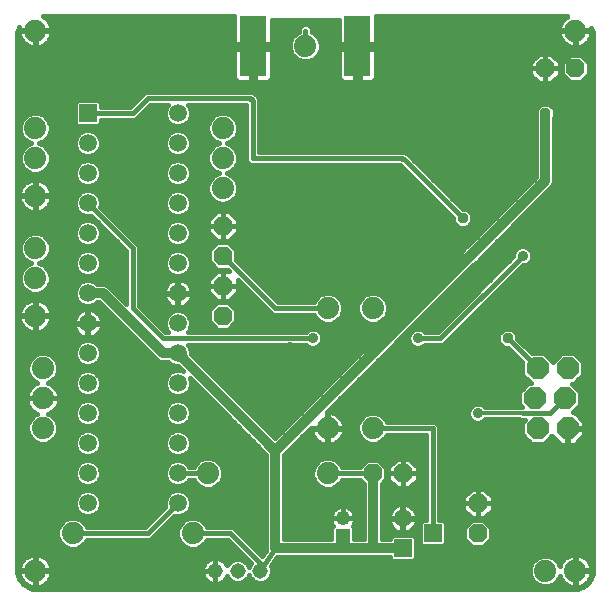
<source format=gbl>
G75*
%MOIN*%
%OFA0B0*%
%FSLAX24Y24*%
%IPPOS*%
%LPD*%
%AMOC8*
5,1,8,0,0,1.08239X$1,22.5*
%
%ADD10C,0.0515*%
%ADD11OC8,0.0740*%
%ADD12C,0.0740*%
%ADD13R,0.0590X0.0590*%
%ADD14C,0.0590*%
%ADD15R,0.0480X0.0480*%
%ADD16C,0.0480*%
%ADD17OC8,0.0630*%
%ADD18R,0.0900X0.2000*%
%ADD19C,0.0320*%
%ADD20C,0.0160*%
%ADD21OC8,0.0356*%
%ADD22C,0.0356*%
%ADD23C,0.0120*%
%ADD24C,0.0238*%
%ADD25OC8,0.0238*%
D10*
X007430Y001930D03*
X008180Y001930D03*
X008930Y001930D03*
D11*
X018080Y007680D03*
X018180Y006680D03*
X019180Y006680D03*
X019080Y007680D03*
X019180Y008680D03*
X018180Y008680D03*
D12*
X012680Y006680D03*
X011180Y006680D03*
X011180Y005180D03*
X007180Y005180D03*
X006680Y003180D03*
X002680Y003180D03*
X001430Y001930D03*
X001680Y006680D03*
X001680Y007680D03*
X001680Y008680D03*
X001430Y010430D03*
X001430Y011680D03*
X001430Y012680D03*
X001430Y014430D03*
X001430Y015680D03*
X001430Y016680D03*
X001430Y019930D03*
X007680Y016680D03*
X007680Y015680D03*
X007680Y014680D03*
X011180Y010680D03*
X012680Y010680D03*
X018430Y001930D03*
X019430Y001930D03*
X010430Y019430D03*
X019430Y019930D03*
D13*
X014680Y003180D03*
X013680Y002680D03*
X003180Y017180D03*
D14*
X003180Y016180D03*
X003180Y015180D03*
X003180Y014180D03*
X003180Y013180D03*
X003180Y012180D03*
X003180Y011180D03*
X003180Y010180D03*
X003180Y009180D03*
X003180Y008180D03*
X003180Y007180D03*
X003180Y006180D03*
X003180Y005180D03*
X003180Y004180D03*
X006180Y004180D03*
X006180Y005180D03*
X006180Y006180D03*
X006180Y007180D03*
X006180Y008180D03*
X006180Y009180D03*
X006180Y010180D03*
X006180Y011180D03*
X006180Y012180D03*
X006180Y013180D03*
X006180Y014180D03*
X006180Y015180D03*
X006180Y016180D03*
X006180Y017180D03*
X013680Y003680D03*
D15*
X011680Y003090D03*
D16*
X011680Y003680D03*
D17*
X012680Y005180D03*
X013680Y005180D03*
X016180Y004180D03*
X016180Y003180D03*
X007680Y010430D03*
X007680Y011430D03*
X007680Y012430D03*
X007680Y013430D03*
X018430Y018680D03*
X019430Y018680D03*
D18*
X012170Y019420D03*
X008690Y019420D03*
D19*
X003680Y011180D02*
X003180Y011180D01*
X003680Y011180D02*
X005680Y009180D01*
X006180Y009180D01*
X009430Y005930D01*
X015930Y012430D01*
X018430Y014930D01*
X018430Y017180D01*
X009430Y005930D02*
X009430Y002680D01*
X011680Y002680D01*
X011680Y003090D01*
X011680Y002680D02*
X012680Y002680D01*
X012680Y005180D01*
X012680Y002680D02*
X013680Y002680D01*
D20*
X001173Y001391D02*
X001010Y001510D01*
X000891Y001673D01*
X000828Y001866D01*
X000820Y001967D01*
X000820Y019763D01*
X000828Y019864D01*
X000891Y020057D01*
X000895Y020062D01*
X000894Y020059D01*
X000880Y019973D01*
X000880Y019950D01*
X001410Y019950D01*
X001410Y019910D01*
X001450Y019910D01*
X001450Y019950D01*
X001980Y019950D01*
X001980Y019973D01*
X001966Y020059D01*
X001940Y020141D01*
X001900Y020218D01*
X001850Y020288D01*
X001788Y020350D01*
X001718Y020400D01*
X001699Y020410D01*
X008060Y020410D01*
X008060Y019500D01*
X008610Y019500D01*
X008610Y019340D01*
X008770Y019340D01*
X008770Y019500D01*
X009320Y019500D01*
X009320Y020290D01*
X011540Y020290D01*
X011540Y019500D01*
X012090Y019500D01*
X012090Y019340D01*
X012250Y019340D01*
X012250Y019500D01*
X012800Y019500D01*
X012800Y020410D01*
X019161Y020410D01*
X019142Y020400D01*
X019072Y020350D01*
X019010Y020288D01*
X018960Y020218D01*
X018920Y020141D01*
X018894Y020059D01*
X018880Y019973D01*
X018880Y019950D01*
X019410Y019950D01*
X019410Y019910D01*
X019450Y019910D01*
X019450Y019950D01*
X019980Y019950D01*
X019980Y019973D01*
X019972Y020025D01*
X020024Y019864D01*
X020032Y019763D01*
X020032Y001967D01*
X020024Y001866D01*
X019962Y001673D01*
X019843Y001510D01*
X019679Y001391D01*
X019486Y001328D01*
X019385Y001320D01*
X001467Y001320D01*
X001366Y001328D01*
X001173Y001391D01*
X001219Y001420D02*
X001301Y001394D01*
X001387Y001380D01*
X001410Y001380D01*
X001410Y001910D01*
X000880Y001910D01*
X000880Y001887D01*
X000894Y001801D01*
X000920Y001719D01*
X000960Y001642D01*
X001010Y001572D01*
X001072Y001510D01*
X001142Y001460D01*
X001219Y001420D01*
X001334Y001339D02*
X019518Y001339D01*
X019473Y001380D02*
X019559Y001394D01*
X019641Y001420D01*
X019718Y001460D01*
X019788Y001510D01*
X019850Y001572D01*
X019900Y001642D01*
X019940Y001719D01*
X019966Y001801D01*
X019980Y001887D01*
X019980Y001910D01*
X019450Y001910D01*
X019450Y001950D01*
X019410Y001950D01*
X019410Y002480D01*
X019387Y002480D01*
X019301Y002466D01*
X019219Y002440D01*
X019142Y002400D01*
X019072Y002350D01*
X019010Y002288D01*
X018960Y002218D01*
X018920Y002141D01*
X018909Y002106D01*
X018862Y002219D01*
X018719Y002362D01*
X018531Y002440D01*
X018329Y002440D01*
X018141Y002362D01*
X017998Y002219D01*
X017920Y002031D01*
X017920Y001829D01*
X017998Y001641D01*
X018141Y001498D01*
X018329Y001420D01*
X018531Y001420D01*
X018719Y001498D01*
X018862Y001641D01*
X018909Y001754D01*
X018920Y001719D01*
X018960Y001642D01*
X019010Y001572D01*
X019072Y001510D01*
X019142Y001460D01*
X019219Y001420D01*
X019301Y001394D01*
X019387Y001380D01*
X019410Y001380D01*
X019410Y001910D01*
X019450Y001910D01*
X019450Y001380D01*
X019473Y001380D01*
X019450Y001497D02*
X019410Y001497D01*
X019410Y001656D02*
X019450Y001656D01*
X019450Y001814D02*
X019410Y001814D01*
X019450Y001950D02*
X019980Y001950D01*
X019980Y001973D01*
X019966Y002059D01*
X019940Y002141D01*
X019900Y002218D01*
X019850Y002288D01*
X019788Y002350D01*
X019718Y002400D01*
X019641Y002440D01*
X019559Y002466D01*
X019473Y002480D01*
X019450Y002480D01*
X019450Y001950D01*
X019450Y001973D02*
X019410Y001973D01*
X019410Y002131D02*
X019450Y002131D01*
X019450Y002290D02*
X019410Y002290D01*
X019410Y002448D02*
X019450Y002448D01*
X019616Y002448D02*
X020032Y002448D01*
X020032Y002290D02*
X019848Y002290D01*
X019943Y002131D02*
X020032Y002131D01*
X020032Y001973D02*
X019980Y001973D01*
X019968Y001814D02*
X020007Y001814D01*
X019948Y001656D02*
X019907Y001656D01*
X019825Y001497D02*
X019770Y001497D01*
X019090Y001497D02*
X018717Y001497D01*
X018868Y001656D02*
X018953Y001656D01*
X018917Y002131D02*
X018899Y002131D01*
X018792Y002290D02*
X019012Y002290D01*
X019244Y002448D02*
X014115Y002448D01*
X014115Y002327D02*
X014033Y002245D01*
X013327Y002245D01*
X013245Y002327D01*
X013245Y002380D01*
X009494Y002380D01*
X009297Y002083D01*
X009327Y002009D01*
X009327Y001851D01*
X009267Y001705D01*
X009155Y001593D01*
X009009Y001533D01*
X008851Y001533D01*
X008705Y001593D01*
X008593Y001705D01*
X008555Y001797D01*
X008517Y001705D01*
X008405Y001593D01*
X008259Y001533D01*
X008101Y001533D01*
X007955Y001593D01*
X007843Y001705D01*
X007827Y001745D01*
X007804Y001701D01*
X007764Y001645D01*
X007715Y001596D01*
X007659Y001556D01*
X007598Y001525D01*
X007532Y001503D01*
X007464Y001493D01*
X007430Y001493D01*
X007430Y001930D01*
X007430Y001930D01*
X007430Y002367D01*
X007464Y002367D01*
X007532Y002357D01*
X007598Y002335D01*
X007659Y002304D01*
X007715Y002264D01*
X007764Y002215D01*
X007804Y002159D01*
X007827Y002115D01*
X007843Y002155D01*
X007955Y002267D01*
X008101Y002327D01*
X008259Y002327D01*
X008405Y002267D01*
X008517Y002155D01*
X008555Y002063D01*
X008593Y002155D01*
X008618Y002180D01*
X007839Y002960D01*
X007141Y002960D01*
X007112Y002891D01*
X006969Y002748D01*
X006781Y002670D01*
X006579Y002670D01*
X006391Y002748D01*
X006248Y002891D01*
X006170Y003079D01*
X006170Y003281D01*
X006248Y003469D01*
X006391Y003612D01*
X006579Y003690D01*
X006781Y003690D01*
X006969Y003612D01*
X007112Y003469D01*
X007141Y003400D01*
X008021Y003400D01*
X008150Y003271D01*
X008996Y002425D01*
X009130Y002627D01*
X009130Y005806D01*
X006577Y008359D01*
X006615Y008267D01*
X006615Y008093D01*
X006549Y007934D01*
X006426Y007811D01*
X006267Y007745D01*
X006093Y007745D01*
X005934Y007811D01*
X005811Y007934D01*
X005745Y008093D01*
X005745Y008267D01*
X005811Y008426D01*
X005934Y008549D01*
X006093Y008615D01*
X006267Y008615D01*
X006359Y008577D01*
X006191Y008745D01*
X006093Y008745D01*
X005934Y008811D01*
X005865Y008880D01*
X005620Y008880D01*
X005510Y008926D01*
X005426Y009010D01*
X003556Y010880D01*
X003495Y010880D01*
X003426Y010811D01*
X003267Y010745D01*
X003093Y010745D01*
X002934Y010811D01*
X002811Y010934D01*
X002745Y011093D01*
X002745Y011267D01*
X002811Y011426D01*
X002934Y011549D01*
X003093Y011615D01*
X003267Y011615D01*
X003426Y011549D01*
X003495Y011480D01*
X003740Y011480D01*
X003850Y011434D01*
X004460Y010824D01*
X004460Y012589D01*
X003293Y013756D01*
X003267Y013745D01*
X003093Y013745D01*
X002934Y013811D01*
X002811Y013934D01*
X002745Y014093D01*
X002745Y014267D01*
X002811Y014426D01*
X002934Y014549D01*
X003093Y014615D01*
X003267Y014615D01*
X003426Y014549D01*
X003549Y014426D01*
X003615Y014267D01*
X003615Y014093D01*
X003604Y014067D01*
X004771Y012900D01*
X004771Y012900D01*
X004900Y012771D01*
X004900Y010771D01*
X005771Y009900D01*
X005845Y009900D01*
X005811Y009934D01*
X005745Y010093D01*
X005745Y010267D01*
X005811Y010426D01*
X005934Y010549D01*
X006093Y010615D01*
X006267Y010615D01*
X006426Y010549D01*
X006549Y010426D01*
X006615Y010267D01*
X006615Y010093D01*
X006549Y009934D01*
X006515Y009900D01*
X010450Y009900D01*
X010500Y009950D01*
X010617Y009998D01*
X010743Y009998D01*
X010860Y009950D01*
X010950Y009860D01*
X010998Y009743D01*
X010998Y009617D01*
X010950Y009500D01*
X010860Y009410D01*
X010743Y009362D01*
X010617Y009362D01*
X010500Y009410D01*
X010450Y009460D01*
X006515Y009460D01*
X006549Y009426D01*
X006615Y009267D01*
X006615Y009169D01*
X009430Y006354D01*
X015612Y012536D01*
X015612Y012562D01*
X015798Y012748D01*
X015824Y012748D01*
X018130Y015054D01*
X018130Y017030D01*
X008900Y017030D01*
X008900Y016872D02*
X018130Y016872D01*
X018130Y017030D02*
X018112Y017048D01*
X018112Y017312D01*
X018298Y017498D01*
X018562Y017498D01*
X018748Y017312D01*
X018748Y017048D01*
X018730Y017030D01*
X020032Y017030D01*
X020032Y016872D02*
X018730Y016872D01*
X018730Y017030D02*
X018730Y014870D01*
X018684Y014760D01*
X018600Y014676D01*
X016248Y012324D01*
X016248Y012298D01*
X016062Y012112D01*
X016036Y012112D01*
X011154Y007230D01*
X011171Y007230D01*
X011171Y006689D01*
X011189Y006689D01*
X011189Y007230D01*
X011223Y007230D01*
X011309Y007216D01*
X011391Y007190D01*
X011468Y007150D01*
X011538Y007100D01*
X011600Y007038D01*
X011650Y006968D01*
X011690Y006891D01*
X011716Y006809D01*
X011730Y006723D01*
X011730Y006689D01*
X011189Y006689D01*
X011189Y006671D01*
X011730Y006671D01*
X011730Y006637D01*
X011716Y006551D01*
X011690Y006469D01*
X011650Y006392D01*
X011600Y006322D01*
X011538Y006260D01*
X011468Y006210D01*
X011391Y006170D01*
X011309Y006144D01*
X011223Y006130D01*
X011189Y006130D01*
X011189Y006671D01*
X011171Y006671D01*
X011171Y006130D01*
X011137Y006130D01*
X011051Y006144D01*
X010969Y006170D01*
X010892Y006210D01*
X010822Y006260D01*
X010760Y006322D01*
X010710Y006392D01*
X010670Y006469D01*
X010644Y006551D01*
X010630Y006637D01*
X010630Y006671D01*
X011171Y006671D01*
X011171Y006689D01*
X010630Y006689D01*
X010630Y006706D01*
X009730Y005806D01*
X009730Y002980D01*
X011300Y002980D01*
X011300Y003388D01*
X011342Y003430D01*
X011321Y003460D01*
X011291Y003519D01*
X011270Y003582D01*
X011260Y003647D01*
X011260Y003680D01*
X011680Y003680D01*
X011680Y003680D01*
X011680Y004100D01*
X011713Y004100D01*
X011778Y004090D01*
X011841Y004069D01*
X011900Y004039D01*
X011954Y004000D01*
X012000Y003954D01*
X012039Y003900D01*
X012069Y003841D01*
X012090Y003778D01*
X012100Y003713D01*
X012100Y003680D01*
X011680Y003680D01*
X011680Y003680D01*
X011680Y003680D01*
X011680Y004100D01*
X011647Y004100D01*
X011582Y004090D01*
X011519Y004069D01*
X011460Y004039D01*
X011406Y004000D01*
X011360Y003954D01*
X011321Y003900D01*
X011291Y003841D01*
X011270Y003778D01*
X011260Y003713D01*
X011260Y003680D01*
X011680Y003680D01*
X012100Y003680D01*
X012100Y003647D01*
X012090Y003582D01*
X012069Y003519D01*
X012039Y003460D01*
X012018Y003430D01*
X012060Y003388D01*
X012060Y002980D01*
X012380Y002980D01*
X012380Y004837D01*
X012257Y004960D01*
X011641Y004960D01*
X011612Y004891D01*
X011469Y004748D01*
X011281Y004670D01*
X011079Y004670D01*
X010891Y004748D01*
X010748Y004891D01*
X010670Y005079D01*
X010670Y005281D01*
X010748Y005469D01*
X010891Y005612D01*
X011079Y005690D01*
X011281Y005690D01*
X011469Y005612D01*
X011612Y005469D01*
X011641Y005400D01*
X012257Y005400D01*
X012492Y005635D01*
X012868Y005635D01*
X013135Y005368D01*
X013135Y004992D01*
X012980Y004837D01*
X012980Y002980D01*
X013245Y002980D01*
X013245Y003033D01*
X013327Y003115D01*
X014033Y003115D01*
X014115Y003033D01*
X014115Y002327D01*
X014077Y002290D02*
X018068Y002290D01*
X017961Y002131D02*
X009328Y002131D01*
X009327Y001973D02*
X017920Y001973D01*
X017926Y001814D02*
X009312Y001814D01*
X009218Y001656D02*
X017992Y001656D01*
X018143Y001497D02*
X007493Y001497D01*
X007430Y001497D02*
X007430Y001497D01*
X007430Y001493D02*
X007396Y001493D01*
X007328Y001503D01*
X007262Y001525D01*
X007201Y001556D01*
X007145Y001596D01*
X007096Y001645D01*
X007056Y001701D01*
X007025Y001762D01*
X007003Y001828D01*
X006993Y001896D01*
X006993Y001930D01*
X007430Y001930D01*
X007430Y001493D01*
X007367Y001497D02*
X001770Y001497D01*
X001788Y001510D02*
X001850Y001572D01*
X001900Y001642D01*
X001940Y001719D01*
X001966Y001801D01*
X001980Y001887D01*
X001980Y001910D01*
X001450Y001910D01*
X001450Y001950D01*
X001410Y001950D01*
X001410Y002480D01*
X001387Y002480D01*
X001301Y002466D01*
X001219Y002440D01*
X001142Y002400D01*
X001072Y002350D01*
X001010Y002288D01*
X000960Y002218D01*
X000920Y002141D01*
X000894Y002059D01*
X000880Y001973D01*
X000880Y001950D01*
X001410Y001950D01*
X001410Y001910D01*
X001450Y001910D01*
X001450Y001380D01*
X001473Y001380D01*
X001559Y001394D01*
X001641Y001420D01*
X001718Y001460D01*
X001788Y001510D01*
X001907Y001656D02*
X007089Y001656D01*
X007008Y001814D02*
X001968Y001814D01*
X001980Y001950D02*
X001980Y001973D01*
X001966Y002059D01*
X001940Y002141D01*
X001900Y002218D01*
X001850Y002288D01*
X001788Y002350D01*
X001718Y002400D01*
X001641Y002440D01*
X001559Y002466D01*
X001473Y002480D01*
X001450Y002480D01*
X001450Y001950D01*
X001980Y001950D01*
X001980Y001973D02*
X006994Y001973D01*
X006993Y001964D02*
X006993Y001930D01*
X007430Y001930D01*
X007430Y001930D01*
X007430Y001930D01*
X007430Y002367D01*
X007396Y002367D01*
X007328Y002357D01*
X007262Y002335D01*
X007201Y002304D01*
X007145Y002264D01*
X007096Y002215D01*
X007056Y002159D01*
X007025Y002098D01*
X007003Y002032D01*
X006993Y001964D01*
X007041Y002131D02*
X001943Y002131D01*
X001848Y002290D02*
X007181Y002290D01*
X007430Y002290D02*
X007430Y002290D01*
X007430Y002131D02*
X007430Y002131D01*
X007430Y001973D02*
X007430Y001973D01*
X007430Y001814D02*
X007430Y001814D01*
X007430Y001656D02*
X007430Y001656D01*
X007771Y001656D02*
X007892Y001656D01*
X007833Y002131D02*
X007819Y002131D01*
X007679Y002290D02*
X008009Y002290D01*
X008192Y002607D02*
X000820Y002607D01*
X000820Y002765D02*
X002374Y002765D01*
X002391Y002748D02*
X002579Y002670D01*
X002781Y002670D01*
X002969Y002748D01*
X003112Y002891D01*
X003141Y002960D01*
X005271Y002960D01*
X005400Y003089D01*
X006067Y003756D01*
X006093Y003745D01*
X006267Y003745D01*
X006426Y003811D01*
X006549Y003934D01*
X006615Y004093D01*
X006615Y004267D01*
X006549Y004426D01*
X006426Y004549D01*
X006267Y004615D01*
X006093Y004615D01*
X005934Y004549D01*
X005811Y004426D01*
X005745Y004267D01*
X005745Y004093D01*
X005756Y004067D01*
X005089Y003400D01*
X003141Y003400D01*
X003112Y003469D01*
X002969Y003612D01*
X002781Y003690D01*
X002579Y003690D01*
X002391Y003612D01*
X002248Y003469D01*
X002170Y003281D01*
X002170Y003079D01*
X002248Y002891D01*
X002391Y002748D01*
X002234Y002924D02*
X000820Y002924D01*
X000820Y003082D02*
X002170Y003082D01*
X002170Y003241D02*
X000820Y003241D01*
X000820Y003399D02*
X002219Y003399D01*
X002336Y003558D02*
X000820Y003558D01*
X000820Y003716D02*
X005405Y003716D01*
X005563Y003875D02*
X003490Y003875D01*
X003549Y003934D02*
X003426Y003811D01*
X003267Y003745D01*
X003093Y003745D01*
X002934Y003811D01*
X002811Y003934D01*
X002745Y004093D01*
X002745Y004267D01*
X002811Y004426D01*
X002934Y004549D01*
X003093Y004615D01*
X003267Y004615D01*
X003426Y004549D01*
X003549Y004426D01*
X003615Y004267D01*
X003615Y004093D01*
X003549Y003934D01*
X003590Y004033D02*
X005722Y004033D01*
X005745Y004192D02*
X003615Y004192D01*
X003580Y004350D02*
X005780Y004350D01*
X005893Y004509D02*
X003467Y004509D01*
X003426Y004811D02*
X003267Y004745D01*
X003093Y004745D01*
X002934Y004811D01*
X002811Y004934D01*
X002745Y005093D01*
X002745Y005267D01*
X002811Y005426D01*
X002934Y005549D01*
X003093Y005615D01*
X003267Y005615D01*
X003426Y005549D01*
X003549Y005426D01*
X003615Y005267D01*
X003615Y005093D01*
X003549Y004934D01*
X003426Y004811D01*
X003441Y004826D02*
X005919Y004826D01*
X005934Y004811D02*
X006093Y004745D01*
X006267Y004745D01*
X006426Y004811D01*
X006549Y004934D01*
X006560Y004960D01*
X006719Y004960D01*
X006748Y004891D01*
X006891Y004748D01*
X007079Y004670D01*
X007281Y004670D01*
X007469Y004748D01*
X007612Y004891D01*
X007690Y005079D01*
X007690Y005281D01*
X007612Y005469D01*
X007469Y005612D01*
X007281Y005690D01*
X007079Y005690D01*
X006891Y005612D01*
X006748Y005469D01*
X006719Y005400D01*
X006560Y005400D01*
X006549Y005426D01*
X006426Y005549D01*
X006267Y005615D01*
X006093Y005615D01*
X005934Y005549D01*
X005811Y005426D01*
X005745Y005267D01*
X005745Y005093D01*
X005811Y004934D01*
X005934Y004811D01*
X005790Y004984D02*
X003570Y004984D01*
X003615Y005143D02*
X005745Y005143D01*
X005759Y005301D02*
X003601Y005301D01*
X003516Y005460D02*
X005844Y005460D01*
X006017Y005777D02*
X003343Y005777D01*
X003267Y005745D02*
X003426Y005811D01*
X003549Y005934D01*
X003615Y006093D01*
X003615Y006267D01*
X003549Y006426D01*
X003426Y006549D01*
X003267Y006615D01*
X003093Y006615D01*
X002934Y006549D01*
X002811Y006426D01*
X002745Y006267D01*
X002745Y006093D01*
X002811Y005934D01*
X002934Y005811D01*
X003093Y005745D01*
X003267Y005745D01*
X003017Y005777D02*
X000820Y005777D01*
X000820Y005935D02*
X002811Y005935D01*
X002745Y006094D02*
X000820Y006094D01*
X000820Y006252D02*
X001387Y006252D01*
X001391Y006248D02*
X001579Y006170D01*
X001781Y006170D01*
X001969Y006248D01*
X002112Y006391D01*
X002190Y006579D01*
X002190Y006781D01*
X002112Y006969D01*
X001969Y007112D01*
X001856Y007159D01*
X001891Y007170D01*
X001968Y007210D01*
X002038Y007260D01*
X002100Y007322D01*
X002150Y007392D01*
X002190Y007469D01*
X002216Y007551D01*
X002230Y007637D01*
X002230Y007680D01*
X002230Y007723D01*
X002216Y007809D01*
X002190Y007891D01*
X002150Y007968D01*
X002100Y008038D01*
X002038Y008100D01*
X001968Y008150D01*
X001891Y008190D01*
X001856Y008201D01*
X001969Y008248D01*
X002112Y008391D01*
X002190Y008579D01*
X002190Y008781D01*
X002112Y008969D01*
X001969Y009112D01*
X001781Y009190D01*
X001579Y009190D01*
X001391Y009112D01*
X001248Y008969D01*
X001170Y008781D01*
X001170Y008579D01*
X001248Y008391D01*
X001391Y008248D01*
X001504Y008201D01*
X001469Y008190D01*
X001392Y008150D01*
X001322Y008100D01*
X001260Y008038D01*
X001210Y007968D01*
X001170Y007891D01*
X001144Y007809D01*
X001130Y007723D01*
X001130Y007680D01*
X001680Y007680D01*
X002230Y007680D01*
X001680Y007680D01*
X001680Y007680D01*
X001680Y007680D01*
X001130Y007680D01*
X001130Y007637D01*
X001144Y007551D01*
X001170Y007469D01*
X001210Y007392D01*
X001260Y007322D01*
X001322Y007260D01*
X001392Y007210D01*
X001469Y007170D01*
X001504Y007159D01*
X001391Y007112D01*
X001248Y006969D01*
X001170Y006781D01*
X001170Y006579D01*
X001248Y006391D01*
X001391Y006248D01*
X001240Y006411D02*
X000820Y006411D01*
X000820Y006569D02*
X001174Y006569D01*
X001170Y006728D02*
X000820Y006728D01*
X000820Y006886D02*
X001213Y006886D01*
X001323Y007045D02*
X000820Y007045D01*
X000820Y007203D02*
X001405Y007203D01*
X001232Y007362D02*
X000820Y007362D01*
X000820Y007520D02*
X001154Y007520D01*
X001130Y007679D02*
X000820Y007679D01*
X000820Y007837D02*
X001153Y007837D01*
X001229Y007996D02*
X000820Y007996D01*
X000820Y008154D02*
X001399Y008154D01*
X001326Y008313D02*
X000820Y008313D01*
X000820Y008471D02*
X001215Y008471D01*
X001170Y008630D02*
X000820Y008630D01*
X000820Y008788D02*
X001173Y008788D01*
X001238Y008947D02*
X000820Y008947D01*
X000820Y009105D02*
X001384Y009105D01*
X000820Y009264D02*
X002745Y009264D01*
X002745Y009267D02*
X002745Y009093D01*
X002811Y008934D01*
X002934Y008811D01*
X003093Y008745D01*
X003267Y008745D01*
X003426Y008811D01*
X003549Y008934D01*
X003615Y009093D01*
X003615Y009267D01*
X003549Y009426D01*
X003426Y009549D01*
X003267Y009615D01*
X003093Y009615D01*
X002934Y009549D01*
X002811Y009426D01*
X002745Y009267D01*
X002745Y009105D02*
X001976Y009105D01*
X002122Y008947D02*
X002806Y008947D01*
X002990Y008788D02*
X002187Y008788D01*
X002190Y008630D02*
X006306Y008630D01*
X005990Y008788D02*
X003370Y008788D01*
X003267Y008615D02*
X003093Y008615D01*
X002934Y008549D01*
X002811Y008426D01*
X002745Y008267D01*
X002745Y008093D01*
X002811Y007934D01*
X002934Y007811D01*
X003093Y007745D01*
X003267Y007745D01*
X003426Y007811D01*
X003549Y007934D01*
X003615Y008093D01*
X003615Y008267D01*
X003549Y008426D01*
X003426Y008549D01*
X003267Y008615D01*
X003504Y008471D02*
X005856Y008471D01*
X005764Y008313D02*
X003596Y008313D01*
X003615Y008154D02*
X005745Y008154D01*
X005786Y007996D02*
X003574Y007996D01*
X003452Y007837D02*
X005908Y007837D01*
X006093Y007615D02*
X005934Y007549D01*
X005811Y007426D01*
X005745Y007267D01*
X005745Y007093D01*
X005811Y006934D01*
X005934Y006811D01*
X006093Y006745D01*
X006267Y006745D01*
X006426Y006811D01*
X006549Y006934D01*
X006615Y007093D01*
X006615Y007267D01*
X006549Y007426D01*
X006426Y007549D01*
X006267Y007615D01*
X006093Y007615D01*
X005905Y007520D02*
X003455Y007520D01*
X003426Y007549D02*
X003549Y007426D01*
X003615Y007267D01*
X003615Y007093D01*
X003549Y006934D01*
X003426Y006811D01*
X003267Y006745D01*
X003093Y006745D01*
X002934Y006811D01*
X002811Y006934D01*
X002745Y007093D01*
X002745Y007267D01*
X002811Y007426D01*
X002934Y007549D01*
X003093Y007615D01*
X003267Y007615D01*
X003426Y007549D01*
X003576Y007362D02*
X005784Y007362D01*
X005745Y007203D02*
X003615Y007203D01*
X003595Y007045D02*
X005765Y007045D01*
X005859Y006886D02*
X003501Y006886D01*
X003378Y006569D02*
X005982Y006569D01*
X005934Y006549D02*
X006093Y006615D01*
X006267Y006615D01*
X006426Y006549D01*
X006549Y006426D01*
X006615Y006267D01*
X006615Y006093D01*
X006549Y005934D01*
X006426Y005811D01*
X006267Y005745D01*
X006093Y005745D01*
X005934Y005811D01*
X005811Y005934D01*
X005745Y006093D01*
X005745Y006267D01*
X005811Y006426D01*
X005934Y006549D01*
X005805Y006411D02*
X003555Y006411D01*
X003615Y006252D02*
X005745Y006252D01*
X005745Y006094D02*
X003615Y006094D01*
X003549Y005935D02*
X005811Y005935D01*
X006343Y005777D02*
X009130Y005777D01*
X009130Y005618D02*
X007455Y005618D01*
X007616Y005460D02*
X009130Y005460D01*
X009130Y005301D02*
X007682Y005301D01*
X007690Y005143D02*
X009130Y005143D01*
X009130Y004984D02*
X007651Y004984D01*
X007547Y004826D02*
X009130Y004826D01*
X009130Y004667D02*
X000820Y004667D01*
X000820Y004509D02*
X002893Y004509D01*
X002780Y004350D02*
X000820Y004350D01*
X000820Y004192D02*
X002745Y004192D01*
X002770Y004033D02*
X000820Y004033D01*
X000820Y003875D02*
X002870Y003875D01*
X003024Y003558D02*
X005246Y003558D01*
X005180Y003180D02*
X002680Y003180D01*
X003126Y002924D02*
X006234Y002924D01*
X006170Y003082D02*
X005393Y003082D01*
X005552Y003241D02*
X006170Y003241D01*
X006219Y003399D02*
X005710Y003399D01*
X005869Y003558D02*
X006336Y003558D01*
X006027Y003716D02*
X009130Y003716D01*
X009130Y003558D02*
X007024Y003558D01*
X006680Y003180D02*
X007930Y003180D01*
X008893Y002217D01*
X008930Y002128D02*
X008930Y001930D01*
X009430Y002680D01*
X009730Y003082D02*
X011300Y003082D01*
X011300Y003241D02*
X009730Y003241D01*
X009730Y003399D02*
X011311Y003399D01*
X011278Y003558D02*
X009730Y003558D01*
X009730Y003716D02*
X011260Y003716D01*
X011308Y003875D02*
X009730Y003875D01*
X009730Y004033D02*
X011451Y004033D01*
X011680Y004033D02*
X011680Y004033D01*
X011680Y003875D02*
X011680Y003875D01*
X011680Y003716D02*
X011680Y003716D01*
X011909Y004033D02*
X012380Y004033D01*
X012380Y003875D02*
X012052Y003875D01*
X012100Y003716D02*
X012380Y003716D01*
X012380Y003558D02*
X012082Y003558D01*
X012049Y003399D02*
X012380Y003399D01*
X012380Y003241D02*
X012060Y003241D01*
X012060Y003082D02*
X012380Y003082D01*
X012980Y003082D02*
X013294Y003082D01*
X013431Y003274D02*
X013498Y003240D01*
X013569Y003217D01*
X013643Y003205D01*
X013662Y003205D01*
X013662Y003662D01*
X013205Y003662D01*
X013205Y003643D01*
X013217Y003569D01*
X013240Y003498D01*
X013274Y003431D01*
X013318Y003371D01*
X013371Y003318D01*
X013431Y003274D01*
X013496Y003241D02*
X012980Y003241D01*
X012980Y003399D02*
X013297Y003399D01*
X013220Y003558D02*
X012980Y003558D01*
X012980Y003716D02*
X013205Y003716D01*
X013205Y003717D02*
X013205Y003698D01*
X013662Y003698D01*
X013662Y004155D01*
X013643Y004155D01*
X013569Y004143D01*
X013498Y004120D01*
X013431Y004086D01*
X013371Y004042D01*
X013318Y003989D01*
X013274Y003929D01*
X013240Y003862D01*
X013217Y003791D01*
X013205Y003717D01*
X013246Y003875D02*
X012980Y003875D01*
X012980Y004033D02*
X013361Y004033D01*
X013662Y004033D02*
X013698Y004033D01*
X013698Y004155D02*
X013698Y003698D01*
X013662Y003698D01*
X013662Y003662D01*
X013698Y003662D01*
X013698Y003698D01*
X014155Y003698D01*
X014155Y003717D01*
X014143Y003791D01*
X014120Y003862D01*
X014086Y003929D01*
X014042Y003989D01*
X013989Y004042D01*
X013929Y004086D01*
X013862Y004120D01*
X013791Y004143D01*
X013717Y004155D01*
X013698Y004155D01*
X013999Y004033D02*
X014460Y004033D01*
X014460Y003875D02*
X014114Y003875D01*
X014155Y003716D02*
X014460Y003716D01*
X014460Y003615D02*
X014327Y003615D01*
X014245Y003533D01*
X014245Y002827D01*
X014327Y002745D01*
X015033Y002745D01*
X015115Y002827D01*
X015115Y003533D01*
X015033Y003615D01*
X014900Y003615D01*
X014900Y006771D01*
X014771Y006900D01*
X013141Y006900D01*
X013112Y006969D01*
X012969Y007112D01*
X012781Y007190D01*
X012579Y007190D01*
X012391Y007112D01*
X012248Y006969D01*
X012170Y006781D01*
X012170Y006579D01*
X012248Y006391D01*
X012391Y006248D01*
X012579Y006170D01*
X012781Y006170D01*
X012969Y006248D01*
X013112Y006391D01*
X013141Y006460D01*
X014460Y006460D01*
X014460Y003615D01*
X014270Y003558D02*
X014140Y003558D01*
X014143Y003569D02*
X014155Y003643D01*
X014155Y003662D01*
X013698Y003662D01*
X013698Y003205D01*
X013717Y003205D01*
X013791Y003217D01*
X013862Y003240D01*
X013929Y003274D01*
X013989Y003318D01*
X014042Y003371D01*
X014086Y003431D01*
X014120Y003498D01*
X014143Y003569D01*
X014063Y003399D02*
X014245Y003399D01*
X014245Y003241D02*
X013864Y003241D01*
X013698Y003241D02*
X013662Y003241D01*
X013662Y003399D02*
X013698Y003399D01*
X013698Y003558D02*
X013662Y003558D01*
X013662Y003716D02*
X013698Y003716D01*
X013698Y003875D02*
X013662Y003875D01*
X012980Y004192D02*
X014460Y004192D01*
X014460Y004350D02*
X012980Y004350D01*
X012980Y004509D02*
X014460Y004509D01*
X014460Y004667D02*
X012980Y004667D01*
X012980Y004826D02*
X013334Y004826D01*
X013475Y004685D02*
X013185Y004975D01*
X013185Y005180D01*
X013680Y005180D01*
X014175Y005180D01*
X014175Y005385D01*
X013885Y005675D01*
X013680Y005675D01*
X013680Y005180D01*
X013680Y005180D01*
X013680Y005180D01*
X014175Y005180D01*
X014175Y004975D01*
X013885Y004685D01*
X013680Y004685D01*
X013680Y005180D01*
X013680Y005180D01*
X013680Y005180D01*
X013680Y005675D01*
X013475Y005675D01*
X013185Y005385D01*
X013185Y005180D01*
X013680Y005180D01*
X013680Y004685D01*
X013475Y004685D01*
X013680Y004826D02*
X013680Y004826D01*
X013680Y004984D02*
X013680Y004984D01*
X013680Y005143D02*
X013680Y005143D01*
X013680Y005301D02*
X013680Y005301D01*
X013680Y005460D02*
X013680Y005460D01*
X013680Y005618D02*
X013680Y005618D01*
X013942Y005618D02*
X014460Y005618D01*
X014460Y005460D02*
X014101Y005460D01*
X014175Y005301D02*
X014460Y005301D01*
X014460Y005143D02*
X014175Y005143D01*
X014175Y004984D02*
X014460Y004984D01*
X014460Y004826D02*
X014026Y004826D01*
X013259Y005460D02*
X013044Y005460D01*
X013135Y005301D02*
X013185Y005301D01*
X013185Y005143D02*
X013135Y005143D01*
X013127Y004984D02*
X013185Y004984D01*
X012680Y005180D02*
X011180Y005180D01*
X010709Y004984D02*
X009730Y004984D01*
X009730Y004826D02*
X010813Y004826D01*
X010670Y005143D02*
X009730Y005143D01*
X009730Y005301D02*
X010678Y005301D01*
X010744Y005460D02*
X009730Y005460D01*
X009730Y005618D02*
X010905Y005618D01*
X011455Y005618D02*
X012475Y005618D01*
X012316Y005460D02*
X011616Y005460D01*
X011547Y004826D02*
X012380Y004826D01*
X012380Y004667D02*
X009730Y004667D01*
X009730Y004509D02*
X012380Y004509D01*
X012380Y004350D02*
X009730Y004350D01*
X009730Y004192D02*
X012380Y004192D01*
X012885Y005618D02*
X013418Y005618D01*
X012973Y006252D02*
X014460Y006252D01*
X014460Y006094D02*
X010018Y006094D01*
X010176Y006252D02*
X010833Y006252D01*
X010700Y006411D02*
X010335Y006411D01*
X010493Y006569D02*
X010641Y006569D01*
X010120Y007045D02*
X008740Y007045D01*
X008581Y007203D02*
X010279Y007203D01*
X010437Y007362D02*
X008423Y007362D01*
X008264Y007520D02*
X010596Y007520D01*
X010754Y007679D02*
X008106Y007679D01*
X007947Y007837D02*
X010913Y007837D01*
X011071Y007996D02*
X007789Y007996D01*
X007630Y008154D02*
X011230Y008154D01*
X011388Y008313D02*
X007472Y008313D01*
X007313Y008471D02*
X011547Y008471D01*
X011705Y008630D02*
X007155Y008630D01*
X006996Y008788D02*
X011864Y008788D01*
X012022Y008947D02*
X006838Y008947D01*
X006679Y009105D02*
X012181Y009105D01*
X012339Y009264D02*
X006615Y009264D01*
X006551Y009422D02*
X010488Y009422D01*
X010680Y009680D02*
X005680Y009680D01*
X004680Y010680D01*
X004680Y012680D01*
X003180Y014180D01*
X002879Y014494D02*
X001977Y014494D01*
X001980Y014473D02*
X001966Y014559D01*
X001940Y014641D01*
X001900Y014718D01*
X001850Y014788D01*
X001788Y014850D01*
X001718Y014900D01*
X001641Y014940D01*
X001559Y014966D01*
X001473Y014980D01*
X001450Y014980D01*
X001450Y014450D01*
X001410Y014450D01*
X001410Y014980D01*
X001387Y014980D01*
X001301Y014966D01*
X001219Y014940D01*
X001142Y014900D01*
X001072Y014850D01*
X001010Y014788D01*
X000960Y014718D01*
X000920Y014641D01*
X000894Y014559D01*
X000880Y014473D01*
X000880Y014450D01*
X001410Y014450D01*
X001410Y014410D01*
X000880Y014410D01*
X000880Y014387D01*
X000894Y014301D01*
X000920Y014219D01*
X000960Y014142D01*
X001010Y014072D01*
X001072Y014010D01*
X001142Y013960D01*
X001219Y013920D01*
X001301Y013894D01*
X001387Y013880D01*
X001410Y013880D01*
X001410Y014410D01*
X001450Y014410D01*
X001450Y014450D01*
X001980Y014450D01*
X001980Y014473D01*
X001980Y014410D02*
X001450Y014410D01*
X001450Y013880D01*
X001473Y013880D01*
X001559Y013894D01*
X001641Y013920D01*
X001718Y013960D01*
X001788Y014010D01*
X001850Y014072D01*
X001900Y014142D01*
X001940Y014219D01*
X001966Y014301D01*
X001980Y014387D01*
X001980Y014410D01*
X001972Y014336D02*
X002774Y014336D01*
X002745Y014177D02*
X001918Y014177D01*
X001796Y014019D02*
X002776Y014019D01*
X002885Y013860D02*
X000820Y013860D01*
X000820Y013702D02*
X003347Y013702D01*
X003267Y013615D02*
X003093Y013615D01*
X002934Y013549D01*
X002811Y013426D01*
X002745Y013267D01*
X002745Y013093D01*
X002811Y012934D01*
X002934Y012811D01*
X003093Y012745D01*
X003267Y012745D01*
X003426Y012811D01*
X003549Y012934D01*
X003615Y013093D01*
X003615Y013267D01*
X003549Y013426D01*
X003426Y013549D01*
X003267Y013615D01*
X003432Y013543D02*
X003506Y013543D01*
X003566Y013385D02*
X003664Y013385D01*
X003615Y013226D02*
X003823Y013226D01*
X003981Y013068D02*
X003604Y013068D01*
X003524Y012909D02*
X004140Y012909D01*
X004298Y012751D02*
X003280Y012751D01*
X003267Y012615D02*
X003093Y012615D01*
X002934Y012549D01*
X002811Y012426D01*
X002745Y012267D01*
X002745Y012093D01*
X002811Y011934D01*
X002934Y011811D01*
X003093Y011745D01*
X003267Y011745D01*
X003426Y011811D01*
X003549Y011934D01*
X003615Y012093D01*
X003615Y012267D01*
X003549Y012426D01*
X003426Y012549D01*
X003267Y012615D01*
X003322Y012592D02*
X004457Y012592D01*
X004460Y012434D02*
X003542Y012434D01*
X003611Y012275D02*
X004460Y012275D01*
X004460Y012117D02*
X003615Y012117D01*
X003559Y011958D02*
X004460Y011958D01*
X004460Y011800D02*
X003398Y011800D01*
X003493Y011483D02*
X004460Y011483D01*
X004460Y011641D02*
X001940Y011641D01*
X001940Y011579D02*
X001940Y011781D01*
X001862Y011969D01*
X001719Y012112D01*
X001556Y012180D01*
X001719Y012248D01*
X001862Y012391D01*
X001940Y012579D01*
X001940Y012781D01*
X001862Y012969D01*
X001719Y013112D01*
X001531Y013190D01*
X001329Y013190D01*
X001141Y013112D01*
X000998Y012969D01*
X000920Y012781D01*
X000920Y012579D01*
X000998Y012391D01*
X001141Y012248D01*
X001304Y012180D01*
X001141Y012112D01*
X000998Y011969D01*
X000920Y011781D01*
X000920Y011579D01*
X000998Y011391D01*
X001141Y011248D01*
X001329Y011170D01*
X001531Y011170D01*
X001719Y011248D01*
X001862Y011391D01*
X001940Y011579D01*
X001900Y011483D02*
X002867Y011483D01*
X002769Y011324D02*
X001795Y011324D01*
X001641Y010940D02*
X001559Y010966D01*
X001473Y010980D01*
X001450Y010980D01*
X001450Y010450D01*
X001410Y010450D01*
X001410Y010980D01*
X001387Y010980D01*
X001301Y010966D01*
X001219Y010940D01*
X001142Y010900D01*
X001072Y010850D01*
X001010Y010788D01*
X000960Y010718D01*
X000920Y010641D01*
X000894Y010559D01*
X000880Y010473D01*
X000880Y010450D01*
X001410Y010450D01*
X001410Y010410D01*
X000880Y010410D01*
X000880Y010387D01*
X000894Y010301D01*
X000920Y010219D01*
X000960Y010142D01*
X001010Y010072D01*
X001072Y010010D01*
X001142Y009960D01*
X001219Y009920D01*
X001301Y009894D01*
X001387Y009880D01*
X001410Y009880D01*
X001410Y010410D01*
X001450Y010410D01*
X001450Y010450D01*
X001980Y010450D01*
X001980Y010473D01*
X001966Y010559D01*
X001940Y010641D01*
X001900Y010718D01*
X001850Y010788D01*
X001788Y010850D01*
X001718Y010900D01*
X001641Y010940D01*
X001789Y010849D02*
X002896Y010849D01*
X002781Y011007D02*
X000820Y011007D01*
X000820Y010849D02*
X001071Y010849D01*
X000945Y010690D02*
X000820Y010690D01*
X000820Y010532D02*
X000889Y010532D01*
X000882Y010373D02*
X000820Y010373D01*
X000820Y010215D02*
X000923Y010215D01*
X000820Y010056D02*
X001026Y010056D01*
X000820Y009898D02*
X001289Y009898D01*
X001410Y009898D02*
X001450Y009898D01*
X001450Y009880D02*
X001473Y009880D01*
X001559Y009894D01*
X001641Y009920D01*
X001718Y009960D01*
X001788Y010010D01*
X001850Y010072D01*
X001900Y010142D01*
X001940Y010219D01*
X001966Y010301D01*
X001980Y010387D01*
X001980Y010410D01*
X001450Y010410D01*
X001450Y009880D01*
X001571Y009898D02*
X002798Y009898D01*
X002818Y009871D02*
X002871Y009818D01*
X002931Y009774D01*
X002998Y009740D01*
X003069Y009717D01*
X003143Y009705D01*
X003162Y009705D01*
X003162Y010162D01*
X003198Y010162D01*
X003198Y010198D01*
X003655Y010198D01*
X003655Y010217D01*
X003643Y010291D01*
X003620Y010362D01*
X003586Y010429D01*
X003542Y010489D01*
X003489Y010542D01*
X003429Y010586D01*
X003362Y010620D01*
X003291Y010643D01*
X003217Y010655D01*
X003198Y010655D01*
X003198Y010198D01*
X003162Y010198D01*
X003162Y010655D01*
X003143Y010655D01*
X003069Y010643D01*
X002998Y010620D01*
X002931Y010586D01*
X002871Y010542D01*
X002818Y010489D01*
X002774Y010429D01*
X002740Y010362D01*
X002717Y010291D01*
X002705Y010217D01*
X002705Y010198D01*
X003162Y010198D01*
X003162Y010162D01*
X002705Y010162D01*
X002705Y010143D01*
X002717Y010069D01*
X002740Y009998D01*
X002774Y009931D01*
X002818Y009871D01*
X002721Y010056D02*
X001834Y010056D01*
X001937Y010215D02*
X002705Y010215D01*
X002745Y010373D02*
X001978Y010373D01*
X001971Y010532D02*
X002860Y010532D01*
X003162Y010532D02*
X003198Y010532D01*
X003198Y010373D02*
X003162Y010373D01*
X003162Y010215D02*
X003198Y010215D01*
X003198Y010162D02*
X003655Y010162D01*
X003655Y010143D01*
X003643Y010069D01*
X003620Y009998D01*
X003586Y009931D01*
X003542Y009871D01*
X003489Y009818D01*
X003429Y009774D01*
X003362Y009740D01*
X003291Y009717D01*
X003217Y009705D01*
X003198Y009705D01*
X003198Y010162D01*
X003198Y010056D02*
X003162Y010056D01*
X003162Y009898D02*
X003198Y009898D01*
X003198Y009739D02*
X003162Y009739D01*
X003000Y009739D02*
X000820Y009739D01*
X000820Y009581D02*
X003010Y009581D01*
X002809Y009422D02*
X000820Y009422D01*
X001410Y010056D02*
X001450Y010056D01*
X001450Y010215D02*
X001410Y010215D01*
X001410Y010373D02*
X001450Y010373D01*
X001450Y010532D02*
X001410Y010532D01*
X001410Y010690D02*
X001450Y010690D01*
X001450Y010849D02*
X001410Y010849D01*
X001915Y010690D02*
X003746Y010690D01*
X003904Y010532D02*
X003500Y010532D01*
X003615Y010373D02*
X004063Y010373D01*
X004221Y010215D02*
X003655Y010215D01*
X003639Y010056D02*
X004380Y010056D01*
X004538Y009898D02*
X003562Y009898D01*
X003360Y009739D02*
X004697Y009739D01*
X004855Y009581D02*
X003350Y009581D01*
X003551Y009422D02*
X005014Y009422D01*
X005172Y009264D02*
X003615Y009264D01*
X003615Y009105D02*
X005331Y009105D01*
X005489Y008947D02*
X003554Y008947D01*
X002856Y008471D02*
X002145Y008471D01*
X002034Y008313D02*
X002764Y008313D01*
X002745Y008154D02*
X001961Y008154D01*
X002131Y007996D02*
X002786Y007996D01*
X002908Y007837D02*
X002207Y007837D01*
X002230Y007679D02*
X007257Y007679D01*
X007099Y007837D02*
X006452Y007837D01*
X006574Y007996D02*
X006940Y007996D01*
X006782Y008154D02*
X006615Y008154D01*
X006623Y008313D02*
X006596Y008313D01*
X006455Y007520D02*
X007416Y007520D01*
X007574Y007362D02*
X006576Y007362D01*
X006615Y007203D02*
X007733Y007203D01*
X007891Y007045D02*
X006595Y007045D01*
X006501Y006886D02*
X008050Y006886D01*
X008208Y006728D02*
X002190Y006728D01*
X002186Y006569D02*
X002982Y006569D01*
X002805Y006411D02*
X002120Y006411D01*
X001973Y006252D02*
X002745Y006252D01*
X002859Y006886D02*
X002147Y006886D01*
X002037Y007045D02*
X002765Y007045D01*
X002745Y007203D02*
X001955Y007203D01*
X002128Y007362D02*
X002784Y007362D01*
X002905Y007520D02*
X002206Y007520D01*
X000820Y005618D02*
X006905Y005618D01*
X006744Y005460D02*
X006516Y005460D01*
X006180Y005180D02*
X007180Y005180D01*
X006813Y004826D02*
X006441Y004826D01*
X006467Y004509D02*
X009130Y004509D01*
X009130Y004350D02*
X006580Y004350D01*
X006615Y004192D02*
X009130Y004192D01*
X009130Y004033D02*
X006590Y004033D01*
X006490Y003875D02*
X009130Y003875D01*
X009130Y003399D02*
X008022Y003399D01*
X008181Y003241D02*
X009130Y003241D01*
X009130Y003082D02*
X008339Y003082D01*
X008498Y002924D02*
X009130Y002924D01*
X009130Y002765D02*
X008656Y002765D01*
X008815Y002607D02*
X009117Y002607D01*
X009011Y002448D02*
X008973Y002448D01*
X008893Y002216D02*
X008906Y002201D01*
X008916Y002185D01*
X008924Y002167D01*
X008928Y002148D01*
X008930Y002128D01*
X008583Y002131D02*
X008527Y002131D01*
X008509Y002290D02*
X008351Y002290D01*
X008351Y002448D02*
X001616Y002448D01*
X001450Y002448D02*
X001410Y002448D01*
X001410Y002290D02*
X001450Y002290D01*
X001450Y002131D02*
X001410Y002131D01*
X001410Y001973D02*
X001450Y001973D01*
X001450Y001814D02*
X001410Y001814D01*
X001410Y001656D02*
X001450Y001656D01*
X001450Y001497D02*
X001410Y001497D01*
X001090Y001497D02*
X001027Y001497D01*
X000953Y001656D02*
X000904Y001656D01*
X000892Y001814D02*
X000845Y001814D01*
X000820Y001973D02*
X000880Y001973D01*
X000917Y002131D02*
X000820Y002131D01*
X000820Y002290D02*
X001012Y002290D01*
X000820Y002448D02*
X001244Y002448D01*
X002986Y002765D02*
X006374Y002765D01*
X006986Y002765D02*
X008034Y002765D01*
X007875Y002924D02*
X007126Y002924D01*
X006180Y004180D02*
X005180Y003180D01*
X002919Y004826D02*
X000820Y004826D01*
X000820Y004984D02*
X002790Y004984D01*
X002745Y005143D02*
X000820Y005143D01*
X000820Y005301D02*
X002759Y005301D01*
X002844Y005460D02*
X000820Y005460D01*
X005298Y010373D02*
X005789Y010373D01*
X005745Y010215D02*
X005457Y010215D01*
X005615Y010056D02*
X005761Y010056D01*
X005916Y010532D02*
X005140Y010532D01*
X004981Y010690D02*
X007297Y010690D01*
X007225Y010618D02*
X007225Y010242D01*
X007492Y009975D01*
X007868Y009975D01*
X008135Y010242D01*
X008135Y010618D01*
X007868Y010885D01*
X007492Y010885D01*
X007225Y010618D01*
X007225Y010532D02*
X006444Y010532D01*
X006571Y010373D02*
X007225Y010373D01*
X007252Y010215D02*
X006615Y010215D01*
X006599Y010056D02*
X007411Y010056D01*
X007949Y010056D02*
X013132Y010056D01*
X013290Y010215D02*
X012889Y010215D01*
X012969Y010248D02*
X013112Y010391D01*
X013190Y010579D01*
X013190Y010781D01*
X013112Y010969D01*
X012969Y011112D01*
X012781Y011190D01*
X012579Y011190D01*
X012391Y011112D01*
X012248Y010969D01*
X012170Y010781D01*
X012170Y010579D01*
X012248Y010391D01*
X012391Y010248D01*
X012579Y010170D01*
X012781Y010170D01*
X012969Y010248D01*
X013094Y010373D02*
X013449Y010373D01*
X013607Y010532D02*
X013171Y010532D01*
X013190Y010690D02*
X013766Y010690D01*
X013924Y010849D02*
X013162Y010849D01*
X013074Y011007D02*
X014083Y011007D01*
X014241Y011166D02*
X012841Y011166D01*
X012519Y011166D02*
X011341Y011166D01*
X011281Y011190D02*
X011469Y011112D01*
X011612Y010969D01*
X011690Y010781D01*
X011690Y010579D01*
X011612Y010391D01*
X011469Y010248D01*
X011281Y010170D01*
X011079Y010170D01*
X010891Y010248D01*
X010748Y010391D01*
X010719Y010460D01*
X009339Y010460D01*
X008175Y011624D01*
X008175Y011430D01*
X007680Y011430D01*
X007680Y011430D01*
X007680Y011925D01*
X007874Y011925D01*
X007824Y011975D01*
X007492Y011975D01*
X007225Y012242D01*
X007225Y012618D01*
X007492Y012885D01*
X007868Y012885D01*
X008135Y012618D01*
X008135Y012286D01*
X009521Y010900D01*
X010719Y010900D01*
X010748Y010969D01*
X010891Y011112D01*
X011079Y011190D01*
X011281Y011190D01*
X011019Y011166D02*
X009256Y011166D01*
X009097Y011324D02*
X014400Y011324D01*
X014558Y011483D02*
X008939Y011483D01*
X008780Y011641D02*
X014717Y011641D01*
X014875Y011800D02*
X008622Y011800D01*
X008463Y011958D02*
X015034Y011958D01*
X015192Y012117D02*
X008305Y012117D01*
X008146Y012275D02*
X015351Y012275D01*
X015509Y012434D02*
X008135Y012434D01*
X008135Y012592D02*
X015642Y012592D01*
X015826Y012751D02*
X008003Y012751D01*
X007885Y012935D02*
X008175Y013225D01*
X008175Y013430D01*
X008175Y013635D01*
X007885Y013925D01*
X007680Y013925D01*
X007680Y013430D01*
X007680Y013430D01*
X008175Y013430D01*
X007680Y013430D01*
X007680Y013430D01*
X007680Y013430D01*
X007185Y013430D01*
X007185Y013635D01*
X007475Y013925D01*
X007680Y013925D01*
X007680Y013430D01*
X007680Y012935D01*
X007885Y012935D01*
X008018Y013068D02*
X016143Y013068D01*
X016302Y013226D02*
X008175Y013226D01*
X008175Y013385D02*
X015526Y013385D01*
X015548Y013362D02*
X015812Y013362D01*
X015998Y013548D01*
X015998Y013812D01*
X015812Y013998D01*
X015673Y013998D01*
X013808Y015863D01*
X013785Y015863D01*
X013735Y015884D01*
X013719Y015900D01*
X008900Y015900D01*
X008900Y017647D01*
X008808Y017808D01*
X008647Y017900D01*
X005089Y017900D01*
X004960Y017771D01*
X004589Y017400D01*
X003615Y017400D01*
X003615Y017533D01*
X003533Y017615D01*
X002827Y017615D01*
X002745Y017533D01*
X002745Y016827D01*
X002827Y016745D01*
X003533Y016745D01*
X003615Y016827D01*
X003615Y016960D01*
X004771Y016960D01*
X005271Y017460D01*
X005845Y017460D01*
X005811Y017426D01*
X005745Y017267D01*
X005745Y017093D01*
X005811Y016934D01*
X005934Y016811D01*
X006093Y016745D01*
X006267Y016745D01*
X006426Y016811D01*
X006549Y016934D01*
X006615Y017093D01*
X006615Y017267D01*
X006549Y017426D01*
X006515Y017460D01*
X008460Y017460D01*
X008460Y015589D01*
X008589Y015460D01*
X013589Y015460D01*
X015362Y013687D01*
X015362Y013548D01*
X015548Y013362D01*
X015367Y013543D02*
X008175Y013543D01*
X008109Y013702D02*
X015347Y013702D01*
X015189Y013860D02*
X007950Y013860D01*
X007798Y014177D02*
X014872Y014177D01*
X015030Y014019D02*
X006584Y014019D01*
X006615Y014093D02*
X006549Y013934D01*
X006426Y013811D01*
X006267Y013745D01*
X006093Y013745D01*
X005934Y013811D01*
X005811Y013934D01*
X005745Y014093D01*
X005745Y014267D01*
X005811Y014426D01*
X005934Y014549D01*
X006093Y014615D01*
X006267Y014615D01*
X006426Y014549D01*
X006549Y014426D01*
X006615Y014267D01*
X006615Y014093D01*
X006615Y014177D02*
X007562Y014177D01*
X007579Y014170D02*
X007781Y014170D01*
X007969Y014248D01*
X008112Y014391D01*
X008190Y014579D01*
X008190Y014781D01*
X008112Y014969D01*
X007969Y015112D01*
X007806Y015180D01*
X007969Y015248D01*
X008112Y015391D01*
X008190Y015579D01*
X008190Y015781D01*
X008112Y015969D01*
X007969Y016112D01*
X007806Y016180D01*
X007969Y016248D01*
X008112Y016391D01*
X008190Y016579D01*
X008190Y016781D01*
X008112Y016969D01*
X007969Y017112D01*
X007781Y017190D01*
X007579Y017190D01*
X007391Y017112D01*
X007248Y016969D01*
X007170Y016781D01*
X007170Y016579D01*
X007248Y016391D01*
X007391Y016248D01*
X007554Y016180D01*
X007391Y016112D01*
X007248Y015969D01*
X007170Y015781D01*
X007170Y015579D01*
X007248Y015391D01*
X007391Y015248D01*
X007554Y015180D01*
X007391Y015112D01*
X007248Y014969D01*
X007170Y014781D01*
X007170Y014579D01*
X007248Y014391D01*
X007391Y014248D01*
X007579Y014170D01*
X007303Y014336D02*
X006586Y014336D01*
X006481Y014494D02*
X007205Y014494D01*
X007170Y014653D02*
X001934Y014653D01*
X001827Y014811D02*
X002934Y014811D01*
X003093Y014745D01*
X003267Y014745D01*
X003426Y014811D01*
X005934Y014811D01*
X006093Y014745D01*
X006267Y014745D01*
X006426Y014811D01*
X007182Y014811D01*
X007248Y014970D02*
X006564Y014970D01*
X006549Y014934D02*
X006615Y015093D01*
X006615Y015267D01*
X006549Y015426D01*
X006426Y015549D01*
X006267Y015615D01*
X006093Y015615D01*
X005934Y015549D01*
X005811Y015426D01*
X005745Y015267D01*
X005745Y015093D01*
X005811Y014934D01*
X005934Y014811D01*
X005796Y014970D02*
X003564Y014970D01*
X003549Y014934D02*
X003615Y015093D01*
X003615Y015267D01*
X003549Y015426D01*
X003426Y015549D01*
X003267Y015615D01*
X003093Y015615D01*
X002934Y015549D01*
X002811Y015426D01*
X002745Y015267D01*
X002745Y015093D01*
X002811Y014934D01*
X002934Y014811D01*
X002796Y014970D02*
X001539Y014970D01*
X001450Y014970D02*
X001410Y014970D01*
X001321Y014970D02*
X000820Y014970D01*
X000820Y015128D02*
X002745Y015128D01*
X002753Y015287D02*
X001758Y015287D01*
X001719Y015248D02*
X001862Y015391D01*
X001940Y015579D01*
X001940Y015781D01*
X001862Y015969D01*
X001719Y016112D01*
X001556Y016180D01*
X001719Y016248D01*
X001862Y016391D01*
X001940Y016579D01*
X001940Y016781D01*
X001862Y016969D01*
X001719Y017112D01*
X001531Y017190D01*
X001329Y017190D01*
X001141Y017112D01*
X000998Y016969D01*
X000920Y016781D01*
X000920Y016579D01*
X000998Y016391D01*
X001141Y016248D01*
X001304Y016180D01*
X001141Y016112D01*
X000998Y015969D01*
X000920Y015781D01*
X000920Y015579D01*
X000998Y015391D01*
X001141Y015248D01*
X001329Y015170D01*
X001531Y015170D01*
X001719Y015248D01*
X001885Y015445D02*
X002830Y015445D01*
X003066Y015604D02*
X001940Y015604D01*
X001940Y015762D02*
X003052Y015762D01*
X003093Y015745D02*
X003267Y015745D01*
X003426Y015811D01*
X003549Y015934D01*
X003615Y016093D01*
X003615Y016267D01*
X003549Y016426D01*
X003426Y016549D01*
X003267Y016615D01*
X003093Y016615D01*
X002934Y016549D01*
X002811Y016426D01*
X002745Y016267D01*
X002745Y016093D01*
X002811Y015934D01*
X002934Y015811D01*
X003093Y015745D01*
X003308Y015762D02*
X006052Y015762D01*
X006093Y015745D02*
X006267Y015745D01*
X006426Y015811D01*
X006549Y015934D01*
X006615Y016093D01*
X006615Y016267D01*
X006549Y016426D01*
X006426Y016549D01*
X006267Y016615D01*
X006093Y016615D01*
X005934Y016549D01*
X005811Y016426D01*
X005745Y016267D01*
X005745Y016093D01*
X005811Y015934D01*
X005934Y015811D01*
X006093Y015745D01*
X006066Y015604D02*
X003294Y015604D01*
X003530Y015445D02*
X005830Y015445D01*
X005753Y015287D02*
X003607Y015287D01*
X003615Y015128D02*
X005745Y015128D01*
X005879Y014494D02*
X003481Y014494D01*
X003586Y014336D02*
X005774Y014336D01*
X005745Y014177D02*
X003615Y014177D01*
X003653Y014019D02*
X005776Y014019D01*
X005885Y013860D02*
X003811Y013860D01*
X003970Y013702D02*
X007251Y013702D01*
X007185Y013543D02*
X006432Y013543D01*
X006426Y013549D02*
X006267Y013615D01*
X006093Y013615D01*
X005934Y013549D01*
X005811Y013426D01*
X005745Y013267D01*
X005745Y013093D01*
X005811Y012934D01*
X005934Y012811D01*
X006093Y012745D01*
X006267Y012745D01*
X006426Y012811D01*
X006549Y012934D01*
X006615Y013093D01*
X006615Y013267D01*
X006549Y013426D01*
X006426Y013549D01*
X006566Y013385D02*
X007185Y013385D01*
X007185Y013430D02*
X007185Y013225D01*
X007475Y012935D01*
X007680Y012935D01*
X007680Y013430D01*
X007680Y013430D01*
X007185Y013430D01*
X007185Y013226D02*
X006615Y013226D01*
X006604Y013068D02*
X007342Y013068D01*
X007357Y012751D02*
X006280Y012751D01*
X006267Y012615D02*
X006093Y012615D01*
X005934Y012549D01*
X005811Y012426D01*
X005745Y012267D01*
X005745Y012093D01*
X005811Y011934D01*
X005934Y011811D01*
X006093Y011745D01*
X006267Y011745D01*
X006426Y011811D01*
X006549Y011934D01*
X006615Y012093D01*
X006615Y012267D01*
X006549Y012426D01*
X006426Y012549D01*
X006267Y012615D01*
X006322Y012592D02*
X007225Y012592D01*
X007225Y012434D02*
X006542Y012434D01*
X006611Y012275D02*
X007225Y012275D01*
X007350Y012117D02*
X006615Y012117D01*
X006559Y011958D02*
X007841Y011958D01*
X007680Y011925D02*
X007475Y011925D01*
X007185Y011635D01*
X007185Y011430D01*
X007680Y011430D01*
X007680Y011430D01*
X007680Y011430D01*
X007680Y011925D01*
X007680Y011800D02*
X007680Y011800D01*
X007680Y011641D02*
X007680Y011641D01*
X007680Y011483D02*
X007680Y011483D01*
X007680Y011430D02*
X007185Y011430D01*
X007185Y011225D01*
X007475Y010935D01*
X007680Y010935D01*
X007885Y010935D01*
X008175Y011225D01*
X008175Y011430D01*
X007680Y011430D01*
X007680Y010935D01*
X007680Y011430D01*
X007680Y011430D01*
X007680Y011324D02*
X007680Y011324D01*
X007680Y011166D02*
X007680Y011166D01*
X007680Y011007D02*
X007680Y011007D01*
X007455Y010849D02*
X006520Y010849D01*
X006542Y010871D02*
X006586Y010931D01*
X006620Y010998D01*
X006643Y011069D01*
X006655Y011143D01*
X006655Y011162D01*
X006198Y011162D01*
X006198Y011198D01*
X006655Y011198D01*
X006655Y011217D01*
X006643Y011291D01*
X006620Y011362D01*
X006586Y011429D01*
X006542Y011489D01*
X006489Y011542D01*
X006429Y011586D01*
X006362Y011620D01*
X006291Y011643D01*
X006217Y011655D01*
X006198Y011655D01*
X006198Y011198D01*
X006162Y011198D01*
X006162Y011655D01*
X006143Y011655D01*
X006069Y011643D01*
X005998Y011620D01*
X005931Y011586D01*
X005871Y011542D01*
X005818Y011489D01*
X005774Y011429D01*
X005740Y011362D01*
X005717Y011291D01*
X005705Y011217D01*
X005705Y011198D01*
X006162Y011198D01*
X006162Y011162D01*
X006198Y011162D01*
X006198Y010705D01*
X006217Y010705D01*
X006291Y010717D01*
X006362Y010740D01*
X006429Y010774D01*
X006489Y010818D01*
X006542Y010871D01*
X006623Y011007D02*
X007403Y011007D01*
X007244Y011166D02*
X006198Y011166D01*
X006162Y011166D02*
X004900Y011166D01*
X004900Y011324D02*
X005727Y011324D01*
X005705Y011162D02*
X005705Y011143D01*
X005717Y011069D01*
X005740Y010998D01*
X005774Y010931D01*
X005818Y010871D01*
X005871Y010818D01*
X005931Y010774D01*
X005998Y010740D01*
X006069Y010717D01*
X006143Y010705D01*
X006162Y010705D01*
X006162Y011162D01*
X005705Y011162D01*
X005737Y011007D02*
X004900Y011007D01*
X004900Y010849D02*
X005840Y010849D01*
X006162Y010849D02*
X006198Y010849D01*
X006198Y011007D02*
X006162Y011007D01*
X006162Y011324D02*
X006198Y011324D01*
X006198Y011483D02*
X006162Y011483D01*
X006162Y011641D02*
X006198Y011641D01*
X006298Y011641D02*
X007191Y011641D01*
X007185Y011483D02*
X006547Y011483D01*
X006633Y011324D02*
X007185Y011324D01*
X007349Y011800D02*
X006398Y011800D01*
X006062Y011641D02*
X004900Y011641D01*
X004900Y011483D02*
X005813Y011483D01*
X005962Y011800D02*
X004900Y011800D01*
X004900Y011958D02*
X005801Y011958D01*
X005745Y012117D02*
X004900Y012117D01*
X004900Y012275D02*
X005749Y012275D01*
X005818Y012434D02*
X004900Y012434D01*
X004900Y012592D02*
X006038Y012592D01*
X006080Y012751D02*
X004900Y012751D01*
X004762Y012909D02*
X005836Y012909D01*
X005756Y013068D02*
X004604Y013068D01*
X004445Y013226D02*
X005745Y013226D01*
X005794Y013385D02*
X004287Y013385D01*
X004128Y013543D02*
X005928Y013543D01*
X006475Y013860D02*
X007410Y013860D01*
X007680Y013860D02*
X007680Y013860D01*
X007680Y013702D02*
X007680Y013702D01*
X007680Y013543D02*
X007680Y013543D01*
X007680Y013385D02*
X007680Y013385D01*
X007680Y013226D02*
X007680Y013226D01*
X007680Y013068D02*
X007680Y013068D01*
X007680Y012430D02*
X009430Y010680D01*
X011180Y010680D01*
X010971Y010215D02*
X008108Y010215D01*
X008135Y010373D02*
X010766Y010373D01*
X010912Y009898D02*
X012973Y009898D01*
X012815Y009739D02*
X010998Y009739D01*
X010983Y009581D02*
X012656Y009581D01*
X012498Y009422D02*
X010872Y009422D01*
X011389Y010215D02*
X012471Y010215D01*
X012266Y010373D02*
X011594Y010373D01*
X011671Y010532D02*
X012189Y010532D01*
X012170Y010690D02*
X011690Y010690D01*
X011662Y010849D02*
X012198Y010849D01*
X012286Y011007D02*
X011574Y011007D01*
X010786Y011007D02*
X009414Y011007D01*
X009109Y010690D02*
X008063Y010690D01*
X008135Y010532D02*
X009267Y010532D01*
X008950Y010849D02*
X007905Y010849D01*
X007957Y011007D02*
X008792Y011007D01*
X008633Y011166D02*
X008116Y011166D01*
X008175Y011324D02*
X008475Y011324D01*
X008316Y011483D02*
X008175Y011483D01*
X006524Y012909D02*
X015985Y012909D01*
X015834Y013385D02*
X016460Y013385D01*
X016619Y013543D02*
X015993Y013543D01*
X015998Y013702D02*
X016777Y013702D01*
X016936Y013860D02*
X015950Y013860D01*
X015680Y013680D02*
X013717Y015643D01*
X013628Y015680D02*
X008680Y015680D01*
X008680Y017555D01*
X008678Y017575D01*
X008674Y017594D01*
X008666Y017612D01*
X008656Y017628D01*
X008643Y017643D01*
X008628Y017656D01*
X008612Y017666D01*
X008594Y017674D01*
X008575Y017678D01*
X008555Y017680D01*
X005180Y017680D01*
X004680Y017180D01*
X003180Y017180D01*
X002745Y017189D02*
X001535Y017189D01*
X001325Y017189D02*
X000820Y017189D01*
X000820Y017347D02*
X002745Y017347D01*
X002745Y017506D02*
X000820Y017506D01*
X000820Y017664D02*
X004853Y017664D01*
X004960Y017771D02*
X004960Y017771D01*
X005011Y017823D02*
X000820Y017823D01*
X000820Y017981D02*
X020032Y017981D01*
X020032Y017823D02*
X008782Y017823D01*
X008808Y017808D02*
X008808Y017808D01*
X008808Y017808D01*
X008890Y017664D02*
X020032Y017664D01*
X020032Y017506D02*
X008900Y017506D01*
X008900Y017347D02*
X018147Y017347D01*
X018112Y017189D02*
X008900Y017189D01*
X008460Y017189D02*
X007785Y017189D01*
X007575Y017189D02*
X006615Y017189D01*
X006589Y017030D02*
X007309Y017030D01*
X007207Y016872D02*
X006487Y016872D01*
X006413Y016555D02*
X007180Y016555D01*
X007170Y016713D02*
X001940Y016713D01*
X001930Y016555D02*
X002947Y016555D01*
X002799Y016396D02*
X001864Y016396D01*
X001694Y016238D02*
X002745Y016238D01*
X002751Y016079D02*
X001752Y016079D01*
X001882Y015921D02*
X002824Y015921D01*
X003536Y015921D02*
X005824Y015921D01*
X005751Y016079D02*
X003609Y016079D01*
X003615Y016238D02*
X005745Y016238D01*
X005799Y016396D02*
X003561Y016396D01*
X003413Y016555D02*
X005947Y016555D01*
X005873Y016872D02*
X003615Y016872D01*
X003615Y017506D02*
X004694Y017506D01*
X005000Y017189D02*
X005745Y017189D01*
X005771Y017030D02*
X004841Y017030D01*
X005158Y017347D02*
X005778Y017347D01*
X006582Y017347D02*
X008460Y017347D01*
X008460Y017030D02*
X008051Y017030D01*
X008153Y016872D02*
X008460Y016872D01*
X008460Y016713D02*
X008190Y016713D01*
X008180Y016555D02*
X008460Y016555D01*
X008460Y016396D02*
X008114Y016396D01*
X007944Y016238D02*
X008460Y016238D01*
X008460Y016079D02*
X008002Y016079D01*
X008132Y015921D02*
X008460Y015921D01*
X008460Y015762D02*
X008190Y015762D01*
X008190Y015604D02*
X008460Y015604D01*
X008135Y015445D02*
X013604Y015445D01*
X013716Y015643D02*
X013701Y015656D01*
X013685Y015666D01*
X013667Y015674D01*
X013648Y015678D01*
X013628Y015680D01*
X013909Y015762D02*
X018130Y015762D01*
X018130Y015604D02*
X014068Y015604D01*
X014226Y015445D02*
X018130Y015445D01*
X018130Y015287D02*
X014385Y015287D01*
X014543Y015128D02*
X018130Y015128D01*
X018045Y014970D02*
X014702Y014970D01*
X014860Y014811D02*
X017887Y014811D01*
X017728Y014653D02*
X015019Y014653D01*
X015177Y014494D02*
X017570Y014494D01*
X017411Y014336D02*
X015336Y014336D01*
X015494Y014177D02*
X017253Y014177D01*
X017094Y014019D02*
X015653Y014019D01*
X014713Y014336D02*
X008057Y014336D01*
X008155Y014494D02*
X014555Y014494D01*
X014396Y014653D02*
X008190Y014653D01*
X008178Y014811D02*
X014238Y014811D01*
X014079Y014970D02*
X008112Y014970D01*
X007931Y015128D02*
X013921Y015128D01*
X013762Y015287D02*
X008008Y015287D01*
X007429Y015128D02*
X006615Y015128D01*
X006607Y015287D02*
X007352Y015287D01*
X007225Y015445D02*
X006530Y015445D01*
X006294Y015604D02*
X007170Y015604D01*
X007170Y015762D02*
X006308Y015762D01*
X006536Y015921D02*
X007228Y015921D01*
X007358Y016079D02*
X006609Y016079D01*
X006615Y016238D02*
X007416Y016238D01*
X007246Y016396D02*
X006561Y016396D01*
X006549Y014934D02*
X006426Y014811D01*
X008900Y015921D02*
X018130Y015921D01*
X018130Y016079D02*
X008900Y016079D01*
X008900Y016238D02*
X018130Y016238D01*
X018130Y016396D02*
X008900Y016396D01*
X008900Y016555D02*
X018130Y016555D01*
X018130Y016713D02*
X008900Y016713D01*
X008770Y018240D02*
X009164Y018240D01*
X009209Y018252D01*
X009251Y018276D01*
X009284Y018309D01*
X009308Y018351D01*
X009320Y018396D01*
X009320Y019340D01*
X008770Y019340D01*
X008770Y018240D01*
X008770Y018298D02*
X008610Y018298D01*
X008610Y018240D02*
X008610Y019340D01*
X008060Y019340D01*
X008060Y018396D01*
X008072Y018351D01*
X008096Y018309D01*
X008129Y018276D01*
X008171Y018252D01*
X008216Y018240D01*
X008610Y018240D01*
X008610Y018457D02*
X008770Y018457D01*
X008770Y018615D02*
X008610Y018615D01*
X008610Y018774D02*
X008770Y018774D01*
X008770Y018932D02*
X008610Y018932D01*
X008610Y019091D02*
X008770Y019091D01*
X008770Y019249D02*
X008610Y019249D01*
X008610Y019408D02*
X001602Y019408D01*
X001641Y019420D02*
X001718Y019460D01*
X001788Y019510D01*
X001850Y019572D01*
X001900Y019642D01*
X001940Y019719D01*
X001966Y019801D01*
X001980Y019887D01*
X001980Y019910D01*
X001450Y019910D01*
X001450Y019380D01*
X001473Y019380D01*
X001559Y019394D01*
X001641Y019420D01*
X001450Y019408D02*
X001410Y019408D01*
X001410Y019380D02*
X001410Y019910D01*
X000880Y019910D01*
X000880Y019887D01*
X000894Y019801D01*
X000920Y019719D01*
X000960Y019642D01*
X001010Y019572D01*
X001072Y019510D01*
X001142Y019460D01*
X001219Y019420D01*
X001301Y019394D01*
X001387Y019380D01*
X001410Y019380D01*
X001258Y019408D02*
X000820Y019408D01*
X000820Y019566D02*
X001016Y019566D01*
X000918Y019725D02*
X000820Y019725D01*
X000834Y019883D02*
X000881Y019883D01*
X000886Y020042D02*
X000891Y020042D01*
X001410Y019883D02*
X001450Y019883D01*
X001450Y019725D02*
X001410Y019725D01*
X001410Y019566D02*
X001450Y019566D01*
X001844Y019566D02*
X008060Y019566D01*
X008060Y019725D02*
X001942Y019725D01*
X001979Y019883D02*
X008060Y019883D01*
X008060Y020042D02*
X001969Y020042D01*
X001910Y020200D02*
X008060Y020200D01*
X008060Y020359D02*
X001776Y020359D01*
X000820Y019249D02*
X008060Y019249D01*
X008060Y019091D02*
X000820Y019091D01*
X000820Y018932D02*
X008060Y018932D01*
X008060Y018774D02*
X000820Y018774D01*
X000820Y018615D02*
X008060Y018615D01*
X008060Y018457D02*
X000820Y018457D01*
X000820Y018298D02*
X008107Y018298D01*
X008770Y019408D02*
X009920Y019408D01*
X009920Y019329D02*
X009998Y019141D01*
X010141Y018998D01*
X010329Y018920D01*
X010531Y018920D01*
X010719Y018998D01*
X010862Y019141D01*
X010940Y019329D01*
X010940Y019531D01*
X010862Y019719D01*
X010719Y019862D01*
X010650Y019891D01*
X010650Y020021D01*
X010521Y020150D01*
X010339Y020150D01*
X010210Y020021D01*
X010210Y019891D01*
X010141Y019862D01*
X009998Y019719D01*
X009920Y019531D01*
X009920Y019329D01*
X009953Y019249D02*
X009320Y019249D01*
X009320Y019091D02*
X010048Y019091D01*
X010300Y018932D02*
X009320Y018932D01*
X009320Y018774D02*
X011540Y018774D01*
X011540Y018932D02*
X010560Y018932D01*
X010812Y019091D02*
X011540Y019091D01*
X011540Y019249D02*
X010907Y019249D01*
X010940Y019408D02*
X012090Y019408D01*
X012090Y019340D02*
X011540Y019340D01*
X011540Y018396D01*
X011552Y018351D01*
X011576Y018309D01*
X011609Y018276D01*
X011651Y018252D01*
X011696Y018240D01*
X012090Y018240D01*
X012090Y019340D01*
X012090Y019249D02*
X012250Y019249D01*
X012250Y019340D02*
X012250Y018240D01*
X012644Y018240D01*
X012689Y018252D01*
X012731Y018276D01*
X012764Y018309D01*
X012788Y018351D01*
X012800Y018396D01*
X012800Y019340D01*
X012250Y019340D01*
X012250Y019408D02*
X019258Y019408D01*
X019219Y019420D02*
X019301Y019394D01*
X019387Y019380D01*
X019410Y019380D01*
X019410Y019910D01*
X018880Y019910D01*
X018880Y019887D01*
X018894Y019801D01*
X018920Y019719D01*
X018960Y019642D01*
X019010Y019572D01*
X019072Y019510D01*
X019142Y019460D01*
X019219Y019420D01*
X019410Y019408D02*
X019450Y019408D01*
X019450Y019380D02*
X019473Y019380D01*
X019559Y019394D01*
X019641Y019420D01*
X019718Y019460D01*
X019788Y019510D01*
X019850Y019572D01*
X019900Y019642D01*
X019940Y019719D01*
X019966Y019801D01*
X019980Y019887D01*
X019980Y019910D01*
X019450Y019910D01*
X019450Y019380D01*
X019602Y019408D02*
X020032Y019408D01*
X020032Y019566D02*
X019844Y019566D01*
X019942Y019725D02*
X020032Y019725D01*
X020018Y019883D02*
X019979Y019883D01*
X019450Y019883D02*
X019410Y019883D01*
X019410Y019725D02*
X019450Y019725D01*
X019450Y019566D02*
X019410Y019566D01*
X019016Y019566D02*
X012800Y019566D01*
X012800Y019725D02*
X018918Y019725D01*
X018881Y019883D02*
X012800Y019883D01*
X012800Y020042D02*
X018891Y020042D01*
X018950Y020200D02*
X012800Y020200D01*
X012800Y020359D02*
X019084Y020359D01*
X020032Y019249D02*
X012800Y019249D01*
X012800Y019091D02*
X018140Y019091D01*
X018225Y019175D02*
X017935Y018885D01*
X017935Y018680D01*
X018430Y018680D01*
X018925Y018680D01*
X018925Y018885D01*
X018635Y019175D01*
X018430Y019175D01*
X018430Y018680D01*
X018430Y018680D01*
X018430Y018680D01*
X018925Y018680D01*
X018925Y018475D01*
X018635Y018185D01*
X018430Y018185D01*
X018430Y018680D01*
X018430Y018680D01*
X018430Y018680D01*
X018430Y019175D01*
X018225Y019175D01*
X018430Y019091D02*
X018430Y019091D01*
X018430Y018932D02*
X018430Y018932D01*
X018430Y018774D02*
X018430Y018774D01*
X018430Y018680D02*
X017935Y018680D01*
X017935Y018475D01*
X018225Y018185D01*
X018430Y018185D01*
X018430Y018680D01*
X018430Y018615D02*
X018430Y018615D01*
X018430Y018457D02*
X018430Y018457D01*
X018430Y018298D02*
X018430Y018298D01*
X018748Y018298D02*
X019169Y018298D01*
X019242Y018225D02*
X018975Y018492D01*
X018975Y018868D01*
X019242Y019135D01*
X019618Y019135D01*
X019885Y018868D01*
X019885Y018492D01*
X019618Y018225D01*
X019242Y018225D01*
X019010Y018457D02*
X018907Y018457D01*
X018925Y018615D02*
X018975Y018615D01*
X018975Y018774D02*
X018925Y018774D01*
X018878Y018932D02*
X019039Y018932D01*
X019197Y019091D02*
X018720Y019091D01*
X017982Y018932D02*
X012800Y018932D01*
X012800Y018774D02*
X017935Y018774D01*
X017935Y018615D02*
X012800Y018615D01*
X012800Y018457D02*
X017953Y018457D01*
X018112Y018298D02*
X012753Y018298D01*
X012250Y018298D02*
X012090Y018298D01*
X012090Y018457D02*
X012250Y018457D01*
X012250Y018615D02*
X012090Y018615D01*
X012090Y018774D02*
X012250Y018774D01*
X012250Y018932D02*
X012090Y018932D01*
X012090Y019091D02*
X012250Y019091D01*
X011540Y019566D02*
X010926Y019566D01*
X010857Y019725D02*
X011540Y019725D01*
X011540Y019883D02*
X010669Y019883D01*
X010630Y020042D02*
X011540Y020042D01*
X011540Y020200D02*
X009320Y020200D01*
X009320Y020042D02*
X010230Y020042D01*
X010191Y019883D02*
X009320Y019883D01*
X009320Y019725D02*
X010003Y019725D01*
X009934Y019566D02*
X009320Y019566D01*
X009320Y018615D02*
X011540Y018615D01*
X011540Y018457D02*
X009320Y018457D01*
X009273Y018298D02*
X011587Y018298D01*
X010430Y019430D02*
X010430Y019930D01*
X016833Y012909D02*
X020032Y012909D01*
X020032Y012751D02*
X016675Y012751D01*
X016516Y012592D02*
X017403Y012592D01*
X017410Y012610D02*
X017362Y012493D01*
X017362Y012423D01*
X014839Y009900D01*
X014410Y009900D01*
X014360Y009950D01*
X014243Y009998D01*
X014117Y009998D01*
X014000Y009950D01*
X013910Y009860D01*
X013862Y009743D01*
X013862Y009617D01*
X013910Y009500D01*
X014000Y009410D01*
X014117Y009362D01*
X014243Y009362D01*
X014360Y009410D01*
X014410Y009460D01*
X015021Y009460D01*
X015150Y009589D01*
X017673Y012112D01*
X017743Y012112D01*
X017860Y012160D01*
X017950Y012250D01*
X017998Y012367D01*
X017998Y012493D01*
X017950Y012610D01*
X017860Y012700D01*
X017743Y012748D01*
X017617Y012748D01*
X017500Y012700D01*
X017410Y012610D01*
X017362Y012434D02*
X016358Y012434D01*
X016225Y012275D02*
X017214Y012275D01*
X017055Y012117D02*
X016066Y012117D01*
X015882Y011958D02*
X016897Y011958D01*
X016738Y011800D02*
X015724Y011800D01*
X015565Y011641D02*
X016580Y011641D01*
X016421Y011483D02*
X015407Y011483D01*
X015248Y011324D02*
X016263Y011324D01*
X016104Y011166D02*
X015090Y011166D01*
X014931Y011007D02*
X015946Y011007D01*
X015787Y010849D02*
X014773Y010849D01*
X014614Y010690D02*
X015629Y010690D01*
X015470Y010532D02*
X014456Y010532D01*
X014297Y010373D02*
X015312Y010373D01*
X015153Y010215D02*
X014139Y010215D01*
X013980Y010056D02*
X014995Y010056D01*
X015300Y009739D02*
X016862Y009739D01*
X016862Y009812D02*
X016862Y009548D01*
X017048Y009362D01*
X017187Y009362D01*
X017670Y008879D01*
X017670Y008469D01*
X017949Y008190D01*
X017869Y008190D01*
X017570Y007891D01*
X017570Y007469D01*
X017639Y007400D01*
X017589Y007400D01*
X017569Y007380D01*
X016430Y007380D01*
X016360Y007450D01*
X016243Y007498D01*
X016117Y007498D01*
X016000Y007450D01*
X015910Y007360D01*
X015862Y007243D01*
X015862Y007117D01*
X015910Y007000D01*
X016000Y006910D01*
X016117Y006862D01*
X016243Y006862D01*
X016360Y006910D01*
X016430Y006980D01*
X017569Y006980D01*
X017589Y006960D01*
X017739Y006960D01*
X017670Y006891D01*
X017670Y006469D01*
X017969Y006170D01*
X018391Y006170D01*
X018652Y006430D01*
X018952Y006130D01*
X019160Y006130D01*
X019160Y006660D01*
X019200Y006660D01*
X019200Y006700D01*
X019730Y006700D01*
X019730Y006908D01*
X019408Y007230D01*
X019351Y007230D01*
X019590Y007469D01*
X019590Y007891D01*
X019311Y008170D01*
X019391Y008170D01*
X019690Y008469D01*
X019690Y008891D01*
X019391Y009190D01*
X018969Y009190D01*
X018680Y008901D01*
X018391Y009190D01*
X017981Y009190D01*
X017498Y009673D01*
X017498Y009812D01*
X017312Y009998D01*
X017048Y009998D01*
X016862Y009812D01*
X016948Y009898D02*
X015459Y009898D01*
X015617Y010056D02*
X020032Y010056D01*
X020032Y009898D02*
X017412Y009898D01*
X017498Y009739D02*
X020032Y009739D01*
X020032Y009581D02*
X017591Y009581D01*
X017749Y009422D02*
X020032Y009422D01*
X020032Y009264D02*
X017908Y009264D01*
X017602Y008947D02*
X012871Y008947D01*
X013029Y009105D02*
X017444Y009105D01*
X017285Y009264D02*
X013188Y009264D01*
X013346Y009422D02*
X013988Y009422D01*
X013877Y009581D02*
X013505Y009581D01*
X013663Y009739D02*
X013862Y009739D01*
X013822Y009898D02*
X013948Y009898D01*
X014180Y009680D02*
X014930Y009680D01*
X017680Y012430D01*
X017998Y012434D02*
X020032Y012434D01*
X020032Y012592D02*
X017957Y012592D01*
X017960Y012275D02*
X020032Y012275D01*
X020032Y012117D02*
X017754Y012117D01*
X017519Y011958D02*
X020032Y011958D01*
X020032Y011800D02*
X017361Y011800D01*
X017202Y011641D02*
X020032Y011641D01*
X020032Y011483D02*
X017044Y011483D01*
X016885Y011324D02*
X020032Y011324D01*
X020032Y011166D02*
X016727Y011166D01*
X016568Y011007D02*
X020032Y011007D01*
X020032Y010849D02*
X016410Y010849D01*
X016251Y010690D02*
X020032Y010690D01*
X020032Y010532D02*
X016093Y010532D01*
X015934Y010373D02*
X020032Y010373D01*
X020032Y010215D02*
X015776Y010215D01*
X015142Y009581D02*
X016862Y009581D01*
X016988Y009422D02*
X014372Y009422D01*
X012712Y008788D02*
X017670Y008788D01*
X017670Y008630D02*
X012554Y008630D01*
X012395Y008471D02*
X017670Y008471D01*
X017826Y008313D02*
X012237Y008313D01*
X012078Y008154D02*
X017833Y008154D01*
X017674Y007996D02*
X011920Y007996D01*
X011761Y007837D02*
X017570Y007837D01*
X017570Y007679D02*
X011603Y007679D01*
X011444Y007520D02*
X017570Y007520D01*
X017680Y007180D02*
X018528Y007180D01*
X018617Y007217D02*
X019080Y007680D01*
X019590Y007679D02*
X020032Y007679D01*
X020032Y007837D02*
X019590Y007837D01*
X019486Y007996D02*
X020032Y007996D01*
X020032Y008154D02*
X019327Y008154D01*
X019534Y008313D02*
X020032Y008313D01*
X020032Y008471D02*
X019690Y008471D01*
X019690Y008630D02*
X020032Y008630D01*
X020032Y008788D02*
X019690Y008788D01*
X019635Y008947D02*
X020032Y008947D01*
X020032Y009105D02*
X019476Y009105D01*
X018884Y009105D02*
X018476Y009105D01*
X018635Y008947D02*
X018725Y008947D01*
X018180Y008680D02*
X017180Y009680D01*
X015912Y007362D02*
X011286Y007362D01*
X011350Y007203D02*
X015862Y007203D01*
X015892Y007045D02*
X013037Y007045D01*
X012680Y006680D02*
X014680Y006680D01*
X014680Y003180D01*
X015115Y003241D02*
X015725Y003241D01*
X015725Y003368D02*
X015725Y002992D01*
X015992Y002725D01*
X016368Y002725D01*
X016635Y002992D01*
X016635Y003368D01*
X016368Y003635D01*
X015992Y003635D01*
X015725Y003368D01*
X015756Y003399D02*
X015115Y003399D01*
X015090Y003558D02*
X015914Y003558D01*
X015975Y003685D02*
X015685Y003975D01*
X015685Y004180D01*
X016180Y004180D01*
X016180Y004180D01*
X016180Y004675D01*
X016385Y004675D01*
X016675Y004385D01*
X016675Y004180D01*
X016180Y004180D01*
X016180Y004180D01*
X016180Y004180D01*
X016180Y004675D01*
X015975Y004675D01*
X015685Y004385D01*
X015685Y004180D01*
X016180Y004180D01*
X016675Y004180D01*
X016675Y003975D01*
X016385Y003685D01*
X016180Y003685D01*
X016180Y004180D01*
X016180Y004180D01*
X016180Y003685D01*
X015975Y003685D01*
X015944Y003716D02*
X014900Y003716D01*
X014900Y003875D02*
X015785Y003875D01*
X015685Y004033D02*
X014900Y004033D01*
X014900Y004192D02*
X015685Y004192D01*
X015685Y004350D02*
X014900Y004350D01*
X014900Y004509D02*
X015808Y004509D01*
X015967Y004667D02*
X014900Y004667D01*
X014900Y004826D02*
X020032Y004826D01*
X020032Y004984D02*
X014900Y004984D01*
X014900Y005143D02*
X020032Y005143D01*
X020032Y005301D02*
X014900Y005301D01*
X014900Y005460D02*
X020032Y005460D01*
X020032Y005618D02*
X014900Y005618D01*
X014900Y005777D02*
X020032Y005777D01*
X020032Y005935D02*
X014900Y005935D01*
X014900Y006094D02*
X020032Y006094D01*
X020032Y006252D02*
X019530Y006252D01*
X019408Y006130D02*
X019730Y006452D01*
X019730Y006660D01*
X019200Y006660D01*
X019200Y006130D01*
X019408Y006130D01*
X019200Y006252D02*
X019160Y006252D01*
X019160Y006411D02*
X019200Y006411D01*
X019200Y006569D02*
X019160Y006569D01*
X018830Y006252D02*
X018473Y006252D01*
X018632Y006411D02*
X018672Y006411D01*
X019435Y007203D02*
X020032Y007203D01*
X020032Y007045D02*
X019593Y007045D01*
X019730Y006886D02*
X020032Y006886D01*
X020032Y006728D02*
X019730Y006728D01*
X019730Y006569D02*
X020032Y006569D01*
X020032Y006411D02*
X019688Y006411D01*
X019483Y007362D02*
X020032Y007362D01*
X020032Y007520D02*
X019590Y007520D01*
X018616Y007217D02*
X018601Y007204D01*
X018585Y007194D01*
X018567Y007186D01*
X018548Y007182D01*
X018528Y007180D01*
X017670Y006886D02*
X016302Y006886D01*
X016058Y006886D02*
X014785Y006886D01*
X014900Y006728D02*
X017670Y006728D01*
X017670Y006569D02*
X014900Y006569D01*
X014900Y006411D02*
X017728Y006411D01*
X017887Y006252D02*
X014900Y006252D01*
X014460Y006411D02*
X013120Y006411D01*
X012387Y006252D02*
X011527Y006252D01*
X011660Y006411D02*
X012240Y006411D01*
X012174Y006569D02*
X011719Y006569D01*
X011729Y006728D02*
X012170Y006728D01*
X012213Y006886D02*
X011691Y006886D01*
X011593Y007045D02*
X012323Y007045D01*
X011189Y007045D02*
X011171Y007045D01*
X011171Y007203D02*
X011189Y007203D01*
X011171Y006886D02*
X011189Y006886D01*
X011189Y006728D02*
X011171Y006728D01*
X011171Y006569D02*
X011189Y006569D01*
X011189Y006411D02*
X011171Y006411D01*
X011171Y006252D02*
X011189Y006252D01*
X009859Y005935D02*
X014460Y005935D01*
X014460Y005777D02*
X009730Y005777D01*
X009486Y006411D02*
X009374Y006411D01*
X009215Y006569D02*
X009645Y006569D01*
X009803Y006728D02*
X009057Y006728D01*
X008898Y006886D02*
X009962Y006886D01*
X009001Y005935D02*
X006549Y005935D01*
X006615Y006094D02*
X008842Y006094D01*
X008684Y006252D02*
X006615Y006252D01*
X006555Y006411D02*
X008525Y006411D01*
X008367Y006569D02*
X006378Y006569D01*
X004460Y010849D02*
X004436Y010849D01*
X004460Y011007D02*
X004277Y011007D01*
X004119Y011166D02*
X004460Y011166D01*
X004460Y011324D02*
X003960Y011324D01*
X003587Y010849D02*
X003464Y010849D01*
X002745Y011166D02*
X000820Y011166D01*
X000820Y011324D02*
X001065Y011324D01*
X000960Y011483D02*
X000820Y011483D01*
X000820Y011641D02*
X000920Y011641D01*
X000927Y011800D02*
X000820Y011800D01*
X000820Y011958D02*
X000993Y011958D01*
X001151Y012117D02*
X000820Y012117D01*
X000820Y012275D02*
X001114Y012275D01*
X000980Y012434D02*
X000820Y012434D01*
X000820Y012592D02*
X000920Y012592D01*
X000920Y012751D02*
X000820Y012751D01*
X000820Y012909D02*
X000973Y012909D01*
X001096Y013068D02*
X000820Y013068D01*
X000820Y013226D02*
X002745Y013226D01*
X002756Y013068D02*
X001764Y013068D01*
X001887Y012909D02*
X002836Y012909D01*
X003080Y012751D02*
X001940Y012751D01*
X001940Y012592D02*
X003038Y012592D01*
X002818Y012434D02*
X001880Y012434D01*
X001746Y012275D02*
X002749Y012275D01*
X002745Y012117D02*
X001709Y012117D01*
X001867Y011958D02*
X002801Y011958D01*
X002962Y011800D02*
X001933Y011800D01*
X002794Y013385D02*
X000820Y013385D01*
X000820Y013543D02*
X002928Y013543D01*
X003426Y014811D02*
X003549Y014934D01*
X002745Y016872D02*
X001903Y016872D01*
X001801Y017030D02*
X002745Y017030D01*
X001166Y016238D02*
X000820Y016238D01*
X000820Y016396D02*
X000996Y016396D01*
X000930Y016555D02*
X000820Y016555D01*
X000820Y016713D02*
X000920Y016713D01*
X000957Y016872D02*
X000820Y016872D01*
X000820Y017030D02*
X001059Y017030D01*
X001108Y016079D02*
X000820Y016079D01*
X000820Y015921D02*
X000978Y015921D01*
X000920Y015762D02*
X000820Y015762D01*
X000820Y015604D02*
X000920Y015604D01*
X000975Y015445D02*
X000820Y015445D01*
X000820Y015287D02*
X001102Y015287D01*
X001033Y014811D02*
X000820Y014811D01*
X000820Y014653D02*
X000926Y014653D01*
X000883Y014494D02*
X000820Y014494D01*
X000820Y014336D02*
X000888Y014336D01*
X000942Y014177D02*
X000820Y014177D01*
X000820Y014019D02*
X001064Y014019D01*
X001410Y014019D02*
X001450Y014019D01*
X001450Y014177D02*
X001410Y014177D01*
X001410Y014336D02*
X001450Y014336D01*
X001450Y014494D02*
X001410Y014494D01*
X001410Y014653D02*
X001450Y014653D01*
X001450Y014811D02*
X001410Y014811D01*
X000820Y018140D02*
X020032Y018140D01*
X020032Y018298D02*
X019691Y018298D01*
X019850Y018457D02*
X020032Y018457D01*
X020032Y018615D02*
X019885Y018615D01*
X019885Y018774D02*
X020032Y018774D01*
X020032Y018932D02*
X019821Y018932D01*
X019663Y019091D02*
X020032Y019091D01*
X020032Y017347D02*
X018713Y017347D01*
X018748Y017189D02*
X020032Y017189D01*
X020032Y016713D02*
X018730Y016713D01*
X018730Y016555D02*
X020032Y016555D01*
X020032Y016396D02*
X018730Y016396D01*
X018730Y016238D02*
X020032Y016238D01*
X020032Y016079D02*
X018730Y016079D01*
X018730Y015921D02*
X020032Y015921D01*
X020032Y015762D02*
X018730Y015762D01*
X018730Y015604D02*
X020032Y015604D01*
X020032Y015445D02*
X018730Y015445D01*
X018730Y015287D02*
X020032Y015287D01*
X020032Y015128D02*
X018730Y015128D01*
X018730Y014970D02*
X020032Y014970D01*
X020032Y014811D02*
X018705Y014811D01*
X018577Y014653D02*
X020032Y014653D01*
X020032Y014494D02*
X018418Y014494D01*
X018260Y014336D02*
X020032Y014336D01*
X020032Y014177D02*
X018101Y014177D01*
X017943Y014019D02*
X020032Y014019D01*
X020032Y013860D02*
X017784Y013860D01*
X017626Y013702D02*
X020032Y013702D01*
X020032Y013543D02*
X017467Y013543D01*
X017309Y013385D02*
X020032Y013385D01*
X020032Y013226D02*
X017150Y013226D01*
X016992Y013068D02*
X020032Y013068D01*
X020032Y004667D02*
X016393Y004667D01*
X016180Y004667D02*
X016180Y004667D01*
X016180Y004509D02*
X016180Y004509D01*
X016180Y004350D02*
X016180Y004350D01*
X016180Y004192D02*
X016180Y004192D01*
X016180Y004033D02*
X016180Y004033D01*
X016180Y003875D02*
X016180Y003875D01*
X016180Y003716D02*
X016180Y003716D01*
X016416Y003716D02*
X020032Y003716D01*
X020032Y003558D02*
X016446Y003558D01*
X016604Y003399D02*
X020032Y003399D01*
X020032Y003241D02*
X016635Y003241D01*
X016635Y003082D02*
X020032Y003082D01*
X020032Y002924D02*
X016567Y002924D01*
X016408Y002765D02*
X020032Y002765D01*
X020032Y002607D02*
X014115Y002607D01*
X014115Y002765D02*
X014307Y002765D01*
X014245Y002924D02*
X014115Y002924D01*
X014066Y003082D02*
X014245Y003082D01*
X015053Y002765D02*
X015952Y002765D01*
X015793Y002924D02*
X015115Y002924D01*
X015115Y003082D02*
X015725Y003082D01*
X016575Y003875D02*
X020032Y003875D01*
X020032Y004033D02*
X016675Y004033D01*
X016675Y004192D02*
X020032Y004192D01*
X020032Y004350D02*
X016675Y004350D01*
X016552Y004509D02*
X020032Y004509D01*
X013283Y002290D02*
X009434Y002290D01*
X008642Y001656D02*
X008468Y001656D01*
D21*
X017180Y009680D03*
X015930Y012430D03*
X015680Y013680D03*
X018430Y017180D03*
D22*
X017680Y012430D03*
X014180Y009680D03*
X016180Y007180D03*
X010680Y009680D03*
D23*
X016180Y007180D02*
X017680Y007180D01*
D24*
X018180Y009680D03*
X019680Y010180D03*
X019680Y010930D03*
X018680Y012930D03*
X017930Y013680D03*
X017180Y012930D03*
X016930Y014430D03*
X016180Y015430D03*
X015430Y016180D03*
X016180Y016930D03*
X015430Y017680D03*
X015430Y018680D03*
X014680Y019430D03*
X014680Y020180D03*
X013930Y020180D03*
X013180Y020180D03*
X013180Y019430D03*
X013180Y018680D03*
X013930Y018680D03*
X013930Y017680D03*
X014680Y016930D03*
X013930Y016180D03*
X014680Y015430D03*
X014180Y014430D03*
X013680Y013680D03*
X014430Y012930D03*
X013680Y012680D03*
X013180Y012180D03*
X012430Y011430D03*
X013430Y010680D03*
X013930Y011430D03*
X014430Y011930D03*
X015430Y010930D03*
X015930Y011430D03*
X016680Y010680D03*
X014680Y010180D03*
X015680Y012930D03*
X014930Y013680D03*
X015430Y014430D03*
X016930Y016180D03*
X017680Y015430D03*
X018680Y014430D03*
X017680Y016930D03*
X016930Y017680D03*
X016930Y018680D03*
X016180Y019430D03*
X016180Y020180D03*
X015430Y020180D03*
X016930Y020180D03*
X017680Y020180D03*
X017680Y019430D03*
X018430Y020180D03*
X018430Y017680D03*
X013430Y015180D03*
X012430Y015180D03*
X012430Y014430D03*
X012930Y013430D03*
X012430Y012930D03*
X010930Y011430D03*
X010680Y012930D03*
X010680Y013680D03*
X010930Y014430D03*
X010930Y015180D03*
X010180Y015180D03*
X009430Y015180D03*
X008930Y014430D03*
X008930Y013680D03*
X008930Y012930D03*
X008930Y012180D03*
X006930Y012430D03*
X006930Y013430D03*
X006930Y014430D03*
X006930Y015430D03*
X006930Y016430D03*
X006930Y017180D03*
X006930Y017930D03*
X007680Y018680D03*
X006930Y019180D03*
X007680Y019430D03*
X007680Y020180D03*
X006930Y020180D03*
X006180Y020180D03*
X005430Y020180D03*
X004680Y020180D03*
X003930Y020180D03*
X003180Y020180D03*
X002430Y020180D03*
X002430Y018930D03*
X001930Y018180D03*
X002430Y017430D03*
X003180Y018430D03*
X003930Y019180D03*
X004680Y018430D03*
X005430Y019180D03*
X006180Y018430D03*
X005430Y016430D03*
X005430Y015430D03*
X005430Y014430D03*
X005430Y013430D03*
X005430Y012430D03*
X005430Y011430D03*
X005430Y010430D03*
X003930Y009430D03*
X003930Y008430D03*
X003930Y007430D03*
X003930Y006430D03*
X003930Y005430D03*
X003930Y004430D03*
X005430Y004430D03*
X005430Y005430D03*
X005430Y006430D03*
X005430Y007430D03*
X005430Y008430D03*
X003930Y011430D03*
X003930Y012430D03*
X003930Y014430D03*
X003930Y015430D03*
X003930Y016430D03*
X000930Y017430D03*
X000930Y018180D03*
X000930Y018930D03*
X008180Y017180D03*
X008680Y017930D03*
X009180Y017430D03*
X009930Y017180D03*
X010180Y016680D03*
X010430Y016430D03*
X010930Y016180D03*
X010930Y017430D03*
X010930Y017930D03*
X011180Y018680D03*
X011180Y019430D03*
X011180Y020180D03*
X009680Y020180D03*
X009680Y019430D03*
X009680Y018680D03*
X009930Y017930D03*
X009180Y016180D03*
X008180Y016180D03*
X008180Y015180D03*
X009930Y014430D03*
X012430Y016180D03*
X012430Y016930D03*
X013180Y016930D03*
X012180Y017930D03*
X011930Y010180D03*
X003680Y002430D03*
D25*
X003680Y001430D03*
X004680Y001430D03*
X005680Y001430D03*
X005680Y002430D03*
X006680Y001430D03*
X007680Y001430D03*
X008680Y001430D03*
X009680Y001430D03*
X010680Y001430D03*
X011680Y001430D03*
X012680Y001430D03*
X013680Y001430D03*
X014680Y001430D03*
X014680Y002430D03*
X015680Y002430D03*
X015680Y001430D03*
X016680Y001430D03*
X017680Y001430D03*
X017430Y003180D03*
X017430Y004180D03*
X017430Y005180D03*
X017430Y006180D03*
X016180Y006180D03*
X016180Y005180D03*
X015180Y005180D03*
X015180Y006180D03*
X015430Y007430D03*
X014930Y008180D03*
X014430Y007430D03*
X013930Y008180D03*
X013430Y007430D03*
X012680Y008180D03*
X013430Y008930D03*
X014430Y008930D03*
X015430Y008930D03*
X016180Y010180D03*
X017180Y009180D03*
X016680Y008430D03*
X017180Y007680D03*
X018930Y009930D03*
X018180Y010680D03*
X017430Y011430D03*
X016680Y012180D03*
X011930Y007430D03*
X011180Y008430D03*
X010680Y007930D03*
X010180Y007430D03*
X009680Y006930D03*
X009180Y007430D03*
X009680Y007930D03*
X010180Y008430D03*
X010680Y008930D03*
X009930Y009430D03*
X009430Y009930D03*
X008930Y010430D03*
X008680Y009180D03*
X009180Y008680D03*
X008430Y007930D03*
X007930Y008430D03*
X007430Y008930D03*
X006930Y007430D03*
X007430Y006930D03*
X008180Y006680D03*
X008930Y005930D03*
X008180Y005180D03*
X008930Y004430D03*
X008180Y003680D03*
X007430Y004430D03*
X007430Y005930D03*
X009930Y005430D03*
X010680Y004680D03*
X009930Y003930D03*
X010680Y003180D03*
X011680Y005680D03*
X013180Y005680D03*
X013180Y004180D03*
X013180Y003180D03*
X015430Y003930D03*
X018680Y004180D03*
X018680Y003180D03*
X019930Y003180D03*
X019930Y004180D03*
X019930Y005180D03*
X018680Y005180D03*
X011680Y008930D03*
X002680Y001430D03*
X000930Y003180D03*
X000930Y004180D03*
X000930Y005180D03*
X000930Y006180D03*
X002430Y006180D03*
X002430Y005180D03*
X002430Y004180D03*
X000930Y009180D03*
M02*

</source>
